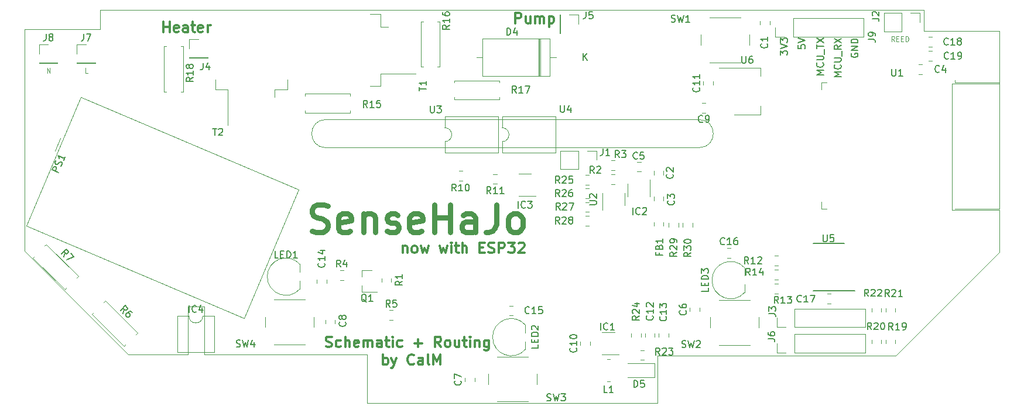
<source format=gbr>
G04 #@! TF.GenerationSoftware,KiCad,Pcbnew,(5.1.5)-3*
G04 #@! TF.CreationDate,2020-02-08T14:47:08+01:00*
G04 #@! TF.ProjectId,SenseEHajo,53656e73-6545-4486-916a-6f2e6b696361,rev?*
G04 #@! TF.SameCoordinates,PX55061d0PY277be90*
G04 #@! TF.FileFunction,Legend,Top*
G04 #@! TF.FilePolarity,Positive*
%FSLAX46Y46*%
G04 Gerber Fmt 4.6, Leading zero omitted, Abs format (unit mm)*
G04 Created by KiCad (PCBNEW (5.1.5)-3) date 2020-02-08 14:47:08*
%MOMM*%
%LPD*%
G04 APERTURE LIST*
%ADD10C,0.050000*%
%ADD11C,0.150000*%
%ADD12C,0.300000*%
%ADD13C,0.750000*%
%ADD14C,0.100000*%
%ADD15C,0.120000*%
G04 APERTURE END LIST*
D10*
X-51054000Y-28829000D02*
X-42392600Y-28829000D01*
X-40081200Y-21894800D02*
X-40081200Y-28829000D01*
X-42392600Y-21894800D02*
X-40081200Y-21894800D01*
X-42392600Y-28829000D02*
X-42392600Y-21894800D01*
D11*
X43267380Y14560705D02*
X43267380Y15179753D01*
X43648333Y14846420D01*
X43648333Y14989277D01*
X43695952Y15084515D01*
X43743571Y15132134D01*
X43838809Y15179753D01*
X44076904Y15179753D01*
X44172142Y15132134D01*
X44219761Y15084515D01*
X44267380Y14989277D01*
X44267380Y14703562D01*
X44219761Y14608324D01*
X44172142Y14560705D01*
X43267380Y15465467D02*
X44267380Y15798800D01*
X43267380Y16132134D01*
X43267380Y16370229D02*
X43267380Y16989277D01*
X43648333Y16655943D01*
X43648333Y16798800D01*
X43695952Y16894039D01*
X43743571Y16941658D01*
X43838809Y16989277D01*
X44076904Y16989277D01*
X44172142Y16941658D01*
X44219761Y16894039D01*
X44267380Y16798800D01*
X44267380Y16513086D01*
X44219761Y16417848D01*
X44172142Y16370229D01*
X45832780Y15989324D02*
X45832780Y15513134D01*
X46308971Y15465515D01*
X46261352Y15513134D01*
X46213733Y15608372D01*
X46213733Y15846467D01*
X46261352Y15941705D01*
X46308971Y15989324D01*
X46404209Y16036943D01*
X46642304Y16036943D01*
X46737542Y15989324D01*
X46785161Y15941705D01*
X46832780Y15846467D01*
X46832780Y15608372D01*
X46785161Y15513134D01*
X46737542Y15465515D01*
X45832780Y16322658D02*
X46832780Y16655991D01*
X45832780Y16989324D01*
X53525800Y14782896D02*
X53478180Y14687658D01*
X53478180Y14544800D01*
X53525800Y14401943D01*
X53621038Y14306705D01*
X53716276Y14259086D01*
X53906752Y14211467D01*
X54049609Y14211467D01*
X54240085Y14259086D01*
X54335323Y14306705D01*
X54430561Y14401943D01*
X54478180Y14544800D01*
X54478180Y14640039D01*
X54430561Y14782896D01*
X54382942Y14830515D01*
X54049609Y14830515D01*
X54049609Y14640039D01*
X54478180Y15259086D02*
X53478180Y15259086D01*
X54478180Y15830515D01*
X53478180Y15830515D01*
X54478180Y16306705D02*
X53478180Y16306705D01*
X53478180Y16544800D01*
X53525800Y16687658D01*
X53621038Y16782896D01*
X53716276Y16830515D01*
X53906752Y16878134D01*
X54049609Y16878134D01*
X54240085Y16830515D01*
X54335323Y16782896D01*
X54430561Y16687658D01*
X54478180Y16544800D01*
X54478180Y16306705D01*
X52039780Y11433515D02*
X51039780Y11433515D01*
X51754066Y11766848D01*
X51039780Y12100181D01*
X52039780Y12100181D01*
X51944542Y13147800D02*
X51992161Y13100181D01*
X52039780Y12957324D01*
X52039780Y12862086D01*
X51992161Y12719229D01*
X51896923Y12623991D01*
X51801685Y12576372D01*
X51611209Y12528753D01*
X51468352Y12528753D01*
X51277876Y12576372D01*
X51182638Y12623991D01*
X51087400Y12719229D01*
X51039780Y12862086D01*
X51039780Y12957324D01*
X51087400Y13100181D01*
X51135019Y13147800D01*
X51039780Y13576372D02*
X51849304Y13576372D01*
X51944542Y13623991D01*
X51992161Y13671610D01*
X52039780Y13766848D01*
X52039780Y13957324D01*
X51992161Y14052562D01*
X51944542Y14100181D01*
X51849304Y14147800D01*
X51039780Y14147800D01*
X52135019Y14385896D02*
X52135019Y15147800D01*
X52039780Y15957324D02*
X51563590Y15623991D01*
X52039780Y15385896D02*
X51039780Y15385896D01*
X51039780Y15766848D01*
X51087400Y15862086D01*
X51135019Y15909705D01*
X51230257Y15957324D01*
X51373114Y15957324D01*
X51468352Y15909705D01*
X51515971Y15862086D01*
X51563590Y15766848D01*
X51563590Y15385896D01*
X51039780Y16290658D02*
X52039780Y16957324D01*
X51039780Y16957324D02*
X52039780Y16290658D01*
X49499780Y11704962D02*
X48499780Y11704962D01*
X49214066Y12038296D01*
X48499780Y12371629D01*
X49499780Y12371629D01*
X49404542Y13419248D02*
X49452161Y13371629D01*
X49499780Y13228772D01*
X49499780Y13133534D01*
X49452161Y12990677D01*
X49356923Y12895439D01*
X49261685Y12847820D01*
X49071209Y12800200D01*
X48928352Y12800200D01*
X48737876Y12847820D01*
X48642638Y12895439D01*
X48547400Y12990677D01*
X48499780Y13133534D01*
X48499780Y13228772D01*
X48547400Y13371629D01*
X48595019Y13419248D01*
X48499780Y13847820D02*
X49309304Y13847820D01*
X49404542Y13895439D01*
X49452161Y13943058D01*
X49499780Y14038296D01*
X49499780Y14228772D01*
X49452161Y14324010D01*
X49404542Y14371629D01*
X49309304Y14419248D01*
X48499780Y14419248D01*
X49595019Y14657343D02*
X49595019Y15419248D01*
X48499780Y15514486D02*
X48499780Y16085915D01*
X49499780Y15800200D02*
X48499780Y15800200D01*
X48499780Y16324010D02*
X49499780Y16990677D01*
X48499780Y16990677D02*
X49499780Y16324010D01*
D12*
X4946200Y19158829D02*
X4946200Y20658829D01*
X5517628Y20658829D01*
X5660485Y20587400D01*
X5731914Y20515972D01*
X5803342Y20373115D01*
X5803342Y20158829D01*
X5731914Y20015972D01*
X5660485Y19944543D01*
X5517628Y19873115D01*
X4946200Y19873115D01*
X7089057Y20158829D02*
X7089057Y19158829D01*
X6446200Y20158829D02*
X6446200Y19373115D01*
X6517628Y19230258D01*
X6660485Y19158829D01*
X6874771Y19158829D01*
X7017628Y19230258D01*
X7089057Y19301686D01*
X7803342Y19158829D02*
X7803342Y20158829D01*
X7803342Y20015972D02*
X7874771Y20087400D01*
X8017628Y20158829D01*
X8231914Y20158829D01*
X8374771Y20087400D01*
X8446200Y19944543D01*
X8446200Y19158829D01*
X8446200Y19944543D02*
X8517628Y20087400D01*
X8660485Y20158829D01*
X8874771Y20158829D01*
X9017628Y20087400D01*
X9089057Y19944543D01*
X9089057Y19158829D01*
X9803342Y20158829D02*
X9803342Y18658829D01*
X9803342Y20087400D02*
X9946200Y20158829D01*
X10231914Y20158829D01*
X10374771Y20087400D01*
X10446200Y20015972D01*
X10517628Y19873115D01*
X10517628Y19444543D01*
X10446200Y19301686D01*
X10374771Y19230258D01*
X10231914Y19158829D01*
X9946200Y19158829D01*
X9803342Y19230258D01*
X-45932315Y17863429D02*
X-45932315Y19363429D01*
X-45932315Y18649143D02*
X-45075172Y18649143D01*
X-45075172Y17863429D02*
X-45075172Y19363429D01*
X-43789458Y17934858D02*
X-43932315Y17863429D01*
X-44218029Y17863429D01*
X-44360886Y17934858D01*
X-44432315Y18077715D01*
X-44432315Y18649143D01*
X-44360886Y18792000D01*
X-44218029Y18863429D01*
X-43932315Y18863429D01*
X-43789458Y18792000D01*
X-43718029Y18649143D01*
X-43718029Y18506286D01*
X-44432315Y18363429D01*
X-42432315Y17863429D02*
X-42432315Y18649143D01*
X-42503743Y18792000D01*
X-42646600Y18863429D01*
X-42932315Y18863429D01*
X-43075172Y18792000D01*
X-42432315Y17934858D02*
X-42575172Y17863429D01*
X-42932315Y17863429D01*
X-43075172Y17934858D01*
X-43146600Y18077715D01*
X-43146600Y18220572D01*
X-43075172Y18363429D01*
X-42932315Y18434858D01*
X-42575172Y18434858D01*
X-42432315Y18506286D01*
X-41932315Y18863429D02*
X-41360886Y18863429D01*
X-41718029Y19363429D02*
X-41718029Y18077715D01*
X-41646600Y17934858D01*
X-41503743Y17863429D01*
X-41360886Y17863429D01*
X-40289458Y17934858D02*
X-40432315Y17863429D01*
X-40718029Y17863429D01*
X-40860886Y17934858D01*
X-40932315Y18077715D01*
X-40932315Y18649143D01*
X-40860886Y18792000D01*
X-40718029Y18863429D01*
X-40432315Y18863429D01*
X-40289458Y18792000D01*
X-40218029Y18649143D01*
X-40218029Y18506286D01*
X-40932315Y18363429D01*
X-39575172Y17863429D02*
X-39575172Y18863429D01*
X-39575172Y18577715D02*
X-39503743Y18720572D01*
X-39432315Y18792000D01*
X-39289458Y18863429D01*
X-39146600Y18863429D01*
D10*
X29514800Y21056600D02*
X29489400Y21082000D01*
X25425400Y21056600D02*
X29514800Y21056600D01*
X23266400Y5207000D02*
X31521400Y5207000D01*
D12*
X-22464029Y-27653142D02*
X-22249743Y-27724571D01*
X-21892600Y-27724571D01*
X-21749743Y-27653142D01*
X-21678315Y-27581714D01*
X-21606886Y-27438857D01*
X-21606886Y-27296000D01*
X-21678315Y-27153142D01*
X-21749743Y-27081714D01*
X-21892600Y-27010285D01*
X-22178315Y-26938857D01*
X-22321172Y-26867428D01*
X-22392600Y-26796000D01*
X-22464029Y-26653142D01*
X-22464029Y-26510285D01*
X-22392600Y-26367428D01*
X-22321172Y-26296000D01*
X-22178315Y-26224571D01*
X-21821172Y-26224571D01*
X-21606886Y-26296000D01*
X-20321172Y-27653142D02*
X-20464029Y-27724571D01*
X-20749743Y-27724571D01*
X-20892600Y-27653142D01*
X-20964029Y-27581714D01*
X-21035458Y-27438857D01*
X-21035458Y-27010285D01*
X-20964029Y-26867428D01*
X-20892600Y-26796000D01*
X-20749743Y-26724571D01*
X-20464029Y-26724571D01*
X-20321172Y-26796000D01*
X-19678315Y-27724571D02*
X-19678315Y-26224571D01*
X-19035458Y-27724571D02*
X-19035458Y-26938857D01*
X-19106886Y-26796000D01*
X-19249743Y-26724571D01*
X-19464029Y-26724571D01*
X-19606886Y-26796000D01*
X-19678315Y-26867428D01*
X-17749743Y-27653142D02*
X-17892600Y-27724571D01*
X-18178315Y-27724571D01*
X-18321172Y-27653142D01*
X-18392600Y-27510285D01*
X-18392600Y-26938857D01*
X-18321172Y-26796000D01*
X-18178315Y-26724571D01*
X-17892600Y-26724571D01*
X-17749743Y-26796000D01*
X-17678315Y-26938857D01*
X-17678315Y-27081714D01*
X-18392600Y-27224571D01*
X-17035458Y-27724571D02*
X-17035458Y-26724571D01*
X-17035458Y-26867428D02*
X-16964029Y-26796000D01*
X-16821172Y-26724571D01*
X-16606886Y-26724571D01*
X-16464029Y-26796000D01*
X-16392600Y-26938857D01*
X-16392600Y-27724571D01*
X-16392600Y-26938857D02*
X-16321172Y-26796000D01*
X-16178315Y-26724571D01*
X-15964029Y-26724571D01*
X-15821172Y-26796000D01*
X-15749743Y-26938857D01*
X-15749743Y-27724571D01*
X-14392600Y-27724571D02*
X-14392600Y-26938857D01*
X-14464029Y-26796000D01*
X-14606886Y-26724571D01*
X-14892600Y-26724571D01*
X-15035458Y-26796000D01*
X-14392600Y-27653142D02*
X-14535458Y-27724571D01*
X-14892600Y-27724571D01*
X-15035458Y-27653142D01*
X-15106886Y-27510285D01*
X-15106886Y-27367428D01*
X-15035458Y-27224571D01*
X-14892600Y-27153142D01*
X-14535458Y-27153142D01*
X-14392600Y-27081714D01*
X-13892600Y-26724571D02*
X-13321172Y-26724571D01*
X-13678315Y-26224571D02*
X-13678315Y-27510285D01*
X-13606886Y-27653142D01*
X-13464029Y-27724571D01*
X-13321172Y-27724571D01*
X-12821172Y-27724571D02*
X-12821172Y-26724571D01*
X-12821172Y-26224571D02*
X-12892600Y-26296000D01*
X-12821172Y-26367428D01*
X-12749743Y-26296000D01*
X-12821172Y-26224571D01*
X-12821172Y-26367428D01*
X-11464029Y-27653142D02*
X-11606886Y-27724571D01*
X-11892600Y-27724571D01*
X-12035458Y-27653142D01*
X-12106886Y-27581714D01*
X-12178315Y-27438857D01*
X-12178315Y-27010285D01*
X-12106886Y-26867428D01*
X-12035458Y-26796000D01*
X-11892600Y-26724571D01*
X-11606886Y-26724571D01*
X-11464029Y-26796000D01*
X-9678315Y-27153142D02*
X-8535458Y-27153142D01*
X-9106886Y-27724571D02*
X-9106886Y-26581714D01*
X-5821172Y-27724571D02*
X-6321172Y-27010285D01*
X-6678315Y-27724571D02*
X-6678315Y-26224571D01*
X-6106886Y-26224571D01*
X-5964029Y-26296000D01*
X-5892600Y-26367428D01*
X-5821172Y-26510285D01*
X-5821172Y-26724571D01*
X-5892600Y-26867428D01*
X-5964029Y-26938857D01*
X-6106886Y-27010285D01*
X-6678315Y-27010285D01*
X-4964029Y-27724571D02*
X-5106886Y-27653142D01*
X-5178315Y-27581714D01*
X-5249743Y-27438857D01*
X-5249743Y-27010285D01*
X-5178315Y-26867428D01*
X-5106886Y-26796000D01*
X-4964029Y-26724571D01*
X-4749743Y-26724571D01*
X-4606886Y-26796000D01*
X-4535458Y-26867428D01*
X-4464029Y-27010285D01*
X-4464029Y-27438857D01*
X-4535458Y-27581714D01*
X-4606886Y-27653142D01*
X-4749743Y-27724571D01*
X-4964029Y-27724571D01*
X-3178315Y-26724571D02*
X-3178315Y-27724571D01*
X-3821172Y-26724571D02*
X-3821172Y-27510285D01*
X-3749743Y-27653142D01*
X-3606886Y-27724571D01*
X-3392600Y-27724571D01*
X-3249743Y-27653142D01*
X-3178315Y-27581714D01*
X-2678315Y-26724571D02*
X-2106886Y-26724571D01*
X-2464029Y-26224571D02*
X-2464029Y-27510285D01*
X-2392600Y-27653142D01*
X-2249743Y-27724571D01*
X-2106886Y-27724571D01*
X-1606886Y-27724571D02*
X-1606886Y-26724571D01*
X-1606886Y-26224571D02*
X-1678315Y-26296000D01*
X-1606886Y-26367428D01*
X-1535458Y-26296000D01*
X-1606886Y-26224571D01*
X-1606886Y-26367428D01*
X-892600Y-26724571D02*
X-892600Y-27724571D01*
X-892600Y-26867428D02*
X-821172Y-26796000D01*
X-678315Y-26724571D01*
X-464029Y-26724571D01*
X-321172Y-26796000D01*
X-249743Y-26938857D01*
X-249743Y-27724571D01*
X1107400Y-26724571D02*
X1107400Y-27938857D01*
X1035971Y-28081714D01*
X964542Y-28153142D01*
X821685Y-28224571D01*
X607400Y-28224571D01*
X464542Y-28153142D01*
X1107400Y-27653142D02*
X964542Y-27724571D01*
X678828Y-27724571D01*
X535971Y-27653142D01*
X464542Y-27581714D01*
X393114Y-27438857D01*
X393114Y-27010285D01*
X464542Y-26867428D01*
X535971Y-26796000D01*
X678828Y-26724571D01*
X964542Y-26724571D01*
X1107400Y-26796000D01*
X-14214029Y-30274571D02*
X-14214029Y-28774571D01*
X-14214029Y-29346000D02*
X-14071172Y-29274571D01*
X-13785458Y-29274571D01*
X-13642600Y-29346000D01*
X-13571172Y-29417428D01*
X-13499743Y-29560285D01*
X-13499743Y-29988857D01*
X-13571172Y-30131714D01*
X-13642600Y-30203142D01*
X-13785458Y-30274571D01*
X-14071172Y-30274571D01*
X-14214029Y-30203142D01*
X-12999743Y-29274571D02*
X-12642600Y-30274571D01*
X-12285458Y-29274571D02*
X-12642600Y-30274571D01*
X-12785458Y-30631714D01*
X-12856886Y-30703142D01*
X-12999743Y-30774571D01*
X-9714029Y-30131714D02*
X-9785458Y-30203142D01*
X-9999743Y-30274571D01*
X-10142600Y-30274571D01*
X-10356886Y-30203142D01*
X-10499743Y-30060285D01*
X-10571172Y-29917428D01*
X-10642600Y-29631714D01*
X-10642600Y-29417428D01*
X-10571172Y-29131714D01*
X-10499743Y-28988857D01*
X-10356886Y-28846000D01*
X-10142600Y-28774571D01*
X-9999743Y-28774571D01*
X-9785458Y-28846000D01*
X-9714029Y-28917428D01*
X-8428315Y-30274571D02*
X-8428315Y-29488857D01*
X-8499743Y-29346000D01*
X-8642600Y-29274571D01*
X-8928315Y-29274571D01*
X-9071172Y-29346000D01*
X-8428315Y-30203142D02*
X-8571172Y-30274571D01*
X-8928315Y-30274571D01*
X-9071172Y-30203142D01*
X-9142600Y-30060285D01*
X-9142600Y-29917428D01*
X-9071172Y-29774571D01*
X-8928315Y-29703142D01*
X-8571172Y-29703142D01*
X-8428315Y-29631714D01*
X-7499743Y-30274571D02*
X-7642600Y-30203142D01*
X-7714029Y-30060285D01*
X-7714029Y-28774571D01*
X-6928315Y-30274571D02*
X-6928315Y-28774571D01*
X-6428315Y-29846000D01*
X-5928315Y-28774571D01*
X-5928315Y-30274571D01*
X-11315400Y-13089771D02*
X-11315400Y-14089771D01*
X-11315400Y-13232628D02*
X-11243972Y-13161200D01*
X-11101115Y-13089771D01*
X-10886829Y-13089771D01*
X-10743972Y-13161200D01*
X-10672543Y-13304057D01*
X-10672543Y-14089771D01*
X-9743972Y-14089771D02*
X-9886829Y-14018342D01*
X-9958258Y-13946914D01*
X-10029686Y-13804057D01*
X-10029686Y-13375485D01*
X-9958258Y-13232628D01*
X-9886829Y-13161200D01*
X-9743972Y-13089771D01*
X-9529686Y-13089771D01*
X-9386829Y-13161200D01*
X-9315400Y-13232628D01*
X-9243972Y-13375485D01*
X-9243972Y-13804057D01*
X-9315400Y-13946914D01*
X-9386829Y-14018342D01*
X-9529686Y-14089771D01*
X-9743972Y-14089771D01*
X-8743972Y-13089771D02*
X-8458258Y-14089771D01*
X-8172543Y-13375485D01*
X-7886829Y-14089771D01*
X-7601115Y-13089771D01*
X-6029686Y-13089771D02*
X-5743972Y-14089771D01*
X-5458258Y-13375485D01*
X-5172543Y-14089771D01*
X-4886829Y-13089771D01*
X-4315400Y-14089771D02*
X-4315400Y-13089771D01*
X-4315400Y-12589771D02*
X-4386829Y-12661200D01*
X-4315400Y-12732628D01*
X-4243972Y-12661200D01*
X-4315400Y-12589771D01*
X-4315400Y-12732628D01*
X-3815400Y-13089771D02*
X-3243972Y-13089771D01*
X-3601115Y-12589771D02*
X-3601115Y-13875485D01*
X-3529686Y-14018342D01*
X-3386829Y-14089771D01*
X-3243972Y-14089771D01*
X-2743972Y-14089771D02*
X-2743972Y-12589771D01*
X-2101115Y-14089771D02*
X-2101115Y-13304057D01*
X-2172543Y-13161200D01*
X-2315400Y-13089771D01*
X-2529686Y-13089771D01*
X-2672543Y-13161200D01*
X-2743972Y-13232628D01*
X-243972Y-13304057D02*
X256028Y-13304057D01*
X470314Y-14089771D02*
X-243972Y-14089771D01*
X-243972Y-12589771D01*
X470314Y-12589771D01*
X1041742Y-14018342D02*
X1256028Y-14089771D01*
X1613171Y-14089771D01*
X1756028Y-14018342D01*
X1827457Y-13946914D01*
X1898885Y-13804057D01*
X1898885Y-13661200D01*
X1827457Y-13518342D01*
X1756028Y-13446914D01*
X1613171Y-13375485D01*
X1327457Y-13304057D01*
X1184600Y-13232628D01*
X1113171Y-13161200D01*
X1041742Y-13018342D01*
X1041742Y-12875485D01*
X1113171Y-12732628D01*
X1184600Y-12661200D01*
X1327457Y-12589771D01*
X1684600Y-12589771D01*
X1898885Y-12661200D01*
X2541742Y-14089771D02*
X2541742Y-12589771D01*
X3113171Y-12589771D01*
X3256028Y-12661200D01*
X3327457Y-12732628D01*
X3398885Y-12875485D01*
X3398885Y-13089771D01*
X3327457Y-13232628D01*
X3256028Y-13304057D01*
X3113171Y-13375485D01*
X2541742Y-13375485D01*
X3898885Y-12589771D02*
X4827457Y-12589771D01*
X4327457Y-13161200D01*
X4541742Y-13161200D01*
X4684600Y-13232628D01*
X4756028Y-13304057D01*
X4827457Y-13446914D01*
X4827457Y-13804057D01*
X4756028Y-13946914D01*
X4684600Y-14018342D01*
X4541742Y-14089771D01*
X4113171Y-14089771D01*
X3970314Y-14018342D01*
X3898885Y-13946914D01*
X5398885Y-12732628D02*
X5470314Y-12661200D01*
X5613171Y-12589771D01*
X5970314Y-12589771D01*
X6113171Y-12661200D01*
X6184600Y-12732628D01*
X6256028Y-12875485D01*
X6256028Y-13018342D01*
X6184600Y-13232628D01*
X5327457Y-14089771D01*
X6256028Y-14089771D01*
D13*
X-24483696Y-10896647D02*
X-23912267Y-11087123D01*
X-22959886Y-11087123D01*
X-22578934Y-10896647D01*
X-22388458Y-10706171D01*
X-22197981Y-10325219D01*
X-22197981Y-9944266D01*
X-22388458Y-9563314D01*
X-22578934Y-9372838D01*
X-22959886Y-9182361D01*
X-23721791Y-8991885D01*
X-24102743Y-8801409D01*
X-24293220Y-8610933D01*
X-24483696Y-8229980D01*
X-24483696Y-7849028D01*
X-24293220Y-7468076D01*
X-24102743Y-7277600D01*
X-23721791Y-7087123D01*
X-22769410Y-7087123D01*
X-22197981Y-7277600D01*
X-18959886Y-10896647D02*
X-19340839Y-11087123D01*
X-20102743Y-11087123D01*
X-20483696Y-10896647D01*
X-20674172Y-10515695D01*
X-20674172Y-8991885D01*
X-20483696Y-8610933D01*
X-20102743Y-8420457D01*
X-19340839Y-8420457D01*
X-18959886Y-8610933D01*
X-18769410Y-8991885D01*
X-18769410Y-9372838D01*
X-20674172Y-9753790D01*
X-17055124Y-8420457D02*
X-17055124Y-11087123D01*
X-17055124Y-8801409D02*
X-16864648Y-8610933D01*
X-16483696Y-8420457D01*
X-15912267Y-8420457D01*
X-15531315Y-8610933D01*
X-15340839Y-8991885D01*
X-15340839Y-11087123D01*
X-13626553Y-10896647D02*
X-13245600Y-11087123D01*
X-12483696Y-11087123D01*
X-12102743Y-10896647D01*
X-11912267Y-10515695D01*
X-11912267Y-10325219D01*
X-12102743Y-9944266D01*
X-12483696Y-9753790D01*
X-13055124Y-9753790D01*
X-13436077Y-9563314D01*
X-13626553Y-9182361D01*
X-13626553Y-8991885D01*
X-13436077Y-8610933D01*
X-13055124Y-8420457D01*
X-12483696Y-8420457D01*
X-12102743Y-8610933D01*
X-8674172Y-10896647D02*
X-9055124Y-11087123D01*
X-9817029Y-11087123D01*
X-10197981Y-10896647D01*
X-10388458Y-10515695D01*
X-10388458Y-8991885D01*
X-10197981Y-8610933D01*
X-9817029Y-8420457D01*
X-9055124Y-8420457D01*
X-8674172Y-8610933D01*
X-8483696Y-8991885D01*
X-8483696Y-9372838D01*
X-10388458Y-9753790D01*
X-6769410Y-11087123D02*
X-6769410Y-7087123D01*
X-6769410Y-8991885D02*
X-4483696Y-8991885D01*
X-4483696Y-11087123D02*
X-4483696Y-7087123D01*
X-864648Y-11087123D02*
X-864648Y-8991885D01*
X-1055124Y-8610933D01*
X-1436077Y-8420457D01*
X-2197981Y-8420457D01*
X-2578934Y-8610933D01*
X-864648Y-10896647D02*
X-1245600Y-11087123D01*
X-2197981Y-11087123D01*
X-2578934Y-10896647D01*
X-2769410Y-10515695D01*
X-2769410Y-10134742D01*
X-2578934Y-9753790D01*
X-2197981Y-9563314D01*
X-1245600Y-9563314D01*
X-864648Y-9372838D01*
X2182971Y-7087123D02*
X2182971Y-9944266D01*
X1992495Y-10515695D01*
X1611542Y-10896647D01*
X1040114Y-11087123D01*
X659161Y-11087123D01*
X4659161Y-11087123D02*
X4278209Y-10896647D01*
X4087733Y-10706171D01*
X3897257Y-10325219D01*
X3897257Y-9182361D01*
X4087733Y-8801409D01*
X4278209Y-8610933D01*
X4659161Y-8420457D01*
X5230590Y-8420457D01*
X5611542Y-8610933D01*
X5802019Y-8801409D01*
X5992495Y-9182361D01*
X5992495Y-10325219D01*
X5802019Y-10706171D01*
X5611542Y-10896647D01*
X5230590Y-11087123D01*
X4659161Y-11087123D01*
D10*
X29489400Y21082000D02*
X64008000Y21082000D01*
X-12446000Y1143000D02*
X31521400Y1143000D01*
X23266400Y5207000D02*
X-12446000Y5207000D01*
X74930000Y-13970000D02*
X59944000Y-28956000D01*
X-16510000Y-35814000D02*
X-16510000Y-28829000D01*
X64008000Y21082000D02*
X64008000Y18034000D01*
X64008000Y18034000D02*
X74930000Y18034000D01*
X25527000Y-35814000D02*
X-16510000Y-35814000D01*
X-66040000Y-13843000D02*
X-66040000Y18288000D01*
X74930000Y10414000D02*
X68072000Y10414000D01*
X74930000Y-7874000D02*
X74930000Y-13970000D01*
X68072000Y-7874000D02*
X74930000Y-7874000D01*
X68072000Y10414000D02*
X68072000Y-7874000D01*
X74930000Y18034000D02*
X74930000Y10414000D01*
X31521400Y5207000D02*
G75*
G02X31521400Y1143000I0J-2032000D01*
G01*
X-12446000Y1143000D02*
X-22479000Y1143000D01*
X-22479000Y5207000D02*
X-12446000Y5207000D01*
X-22479000Y1143000D02*
G75*
G02X-22479000Y5207000I0J2032000D01*
G01*
X-51054000Y-28829000D02*
X-66040000Y-13843000D01*
X-16510000Y-28829000D02*
X-40081200Y-28829000D01*
X25527000Y-28956000D02*
X25527000Y-35814000D01*
D14*
X59753657Y16471896D02*
X59513657Y16852848D01*
X59342228Y16471896D02*
X59342228Y17271896D01*
X59616514Y17271896D01*
X59685085Y17233800D01*
X59719371Y17195705D01*
X59753657Y17119515D01*
X59753657Y17005229D01*
X59719371Y16929039D01*
X59685085Y16890943D01*
X59616514Y16852848D01*
X59342228Y16852848D01*
X60062228Y16890943D02*
X60302228Y16890943D01*
X60405085Y16471896D02*
X60062228Y16471896D01*
X60062228Y17271896D01*
X60405085Y17271896D01*
X60713657Y16890943D02*
X60953657Y16890943D01*
X61056514Y16471896D02*
X60713657Y16471896D01*
X60713657Y17271896D01*
X61056514Y17271896D01*
X61365085Y16471896D02*
X61365085Y17271896D01*
X61536514Y17271896D01*
X61639371Y17233800D01*
X61707942Y17157610D01*
X61742228Y17081420D01*
X61776514Y16929039D01*
X61776514Y16814753D01*
X61742228Y16662372D01*
X61707942Y16586181D01*
X61639371Y16509991D01*
X61536514Y16471896D01*
X61365085Y16471896D01*
X-56924715Y11920096D02*
X-57267572Y11920096D01*
X-57267572Y12720096D01*
X-62767572Y11920096D02*
X-62767572Y12720096D01*
X-62356143Y11920096D01*
X-62356143Y12720096D01*
D10*
X-55118000Y18288000D02*
X-55118000Y21082000D01*
X-66040000Y18288000D02*
X-55118000Y18288000D01*
X25425400Y21056600D02*
X-55118000Y21082000D01*
X59944000Y-28956000D02*
X25527000Y-28956000D01*
D15*
X-13275052Y-23824000D02*
X-12752548Y-23824000D01*
X-13275052Y-22404000D02*
X-12752548Y-22404000D01*
X-60224420Y-19411652D02*
X-59991075Y-19178307D01*
X-64848899Y-14787174D02*
X-60224420Y-19411652D01*
X-64615553Y-14553829D02*
X-64848899Y-14787174D01*
X-58286948Y-17474180D02*
X-58520293Y-17707525D01*
X-62911426Y-12849701D02*
X-58286948Y-17474180D01*
X-63144771Y-13083047D02*
X-62911426Y-12849701D01*
X-51664620Y-27590452D02*
X-51431275Y-27357107D01*
X-56289099Y-22965974D02*
X-51664620Y-27590452D01*
X-56055753Y-22732629D02*
X-56289099Y-22965974D01*
X-49727148Y-25652980D02*
X-49960493Y-25886325D01*
X-54351626Y-21028501D02*
X-49727148Y-25652980D01*
X-54584971Y-21261847D02*
X-54351626Y-21028501D01*
X-38625000Y-23231800D02*
X-40275000Y-23231800D01*
X-38625000Y-28431800D02*
X-38625000Y-23231800D01*
X-43925000Y-28431800D02*
X-38625000Y-28431800D01*
X-43925000Y-23231800D02*
X-43925000Y-28431800D01*
X-42275000Y-23231800D02*
X-43925000Y-23231800D01*
X-40275000Y-23231800D02*
G75*
G02X-42275000Y-23231800I-1000000J0D01*
G01*
X64670148Y13742600D02*
X65192652Y13742600D01*
X64670148Y15162600D02*
X65192652Y15162600D01*
X64661148Y15723800D02*
X65183652Y15723800D01*
X64661148Y17143800D02*
X65183652Y17143800D01*
X50562252Y-19991000D02*
X50039748Y-19991000D01*
X50562252Y-21411000D02*
X50039748Y-21411000D01*
X17485800Y-28838800D02*
X19935800Y-28838800D01*
X19285800Y-25618800D02*
X17485800Y-25618800D01*
X25058200Y-32089600D02*
X21158200Y-32089600D01*
X25058200Y-30089600D02*
X21158200Y-30089600D01*
X25058200Y-32089600D02*
X25058200Y-30089600D01*
X18198200Y-32715000D02*
X18598200Y-32715000D01*
X18198200Y-29515000D02*
X18598200Y-29515000D01*
X34355600Y12731800D02*
X40365600Y12731800D01*
X36605600Y5911800D02*
X40365600Y5911800D01*
X40365600Y12731800D02*
X40365600Y11471800D01*
X40365600Y5911800D02*
X40365600Y7171800D01*
X-45845400Y9252200D02*
X-45515400Y9252200D01*
X-45845400Y15792200D02*
X-45845400Y9252200D01*
X-45515400Y15792200D02*
X-45845400Y15792200D01*
X-43105400Y9252200D02*
X-43435400Y9252200D01*
X-43105400Y15792200D02*
X-43105400Y9252200D01*
X-43435400Y15792200D02*
X-43105400Y15792200D01*
X-3905000Y10869600D02*
X-3905000Y10539600D01*
X2635000Y10869600D02*
X-3905000Y10869600D01*
X2635000Y10539600D02*
X2635000Y10869600D01*
X-3905000Y8129600D02*
X-3905000Y8459600D01*
X2635000Y8129600D02*
X-3905000Y8129600D01*
X2635000Y8459600D02*
X2635000Y8129600D01*
X-8736000Y12833600D02*
X-8406000Y12833600D01*
X-8736000Y19373600D02*
X-8736000Y12833600D01*
X-8406000Y19373600D02*
X-8736000Y19373600D01*
X-5996000Y12833600D02*
X-6326000Y12833600D01*
X-5996000Y19373600D02*
X-5996000Y12833600D01*
X-6326000Y19373600D02*
X-5996000Y19373600D01*
X-25469600Y8939200D02*
X-25469600Y8609200D01*
X-18929600Y8939200D02*
X-25469600Y8939200D01*
X-18929600Y8609200D02*
X-18929600Y8939200D01*
X-25469600Y6199200D02*
X-25469600Y6529200D01*
X-18929600Y6199200D02*
X-25469600Y6199200D01*
X-18929600Y6529200D02*
X-18929600Y6199200D01*
X3013400Y5672600D02*
X3013400Y4022600D01*
X10753400Y5672600D02*
X3013400Y5672600D01*
X10753400Y372600D02*
X10753400Y5672600D01*
X3013400Y372600D02*
X10753400Y372600D01*
X3013400Y2022600D02*
X3013400Y372600D01*
X3013400Y4022600D02*
G75*
G02X3013400Y2022600I0J-1000000D01*
G01*
X-5267000Y5672600D02*
X-5267000Y4022600D01*
X2473000Y5672600D02*
X-5267000Y5672600D01*
X2473000Y372600D02*
X2473000Y5672600D01*
X-5267000Y372600D02*
X2473000Y372600D01*
X-5267000Y2022600D02*
X-5267000Y372600D01*
X-5267000Y4022600D02*
G75*
G02X-5267000Y2022600I0J-1000000D01*
G01*
X-20437852Y-18032800D02*
X-19915348Y-18032800D01*
X-20437852Y-16612800D02*
X-19915348Y-16612800D01*
X-42224000Y16824000D02*
X-40894000Y16824000D01*
X-42224000Y15494000D02*
X-42224000Y16824000D01*
X-42224000Y14224000D02*
X-39564000Y14224000D01*
X-39564000Y14224000D02*
X-39564000Y14164000D01*
X-42224000Y14224000D02*
X-42224000Y14164000D01*
X-42224000Y14164000D02*
X-39564000Y14164000D01*
X11370000Y20380000D02*
X11370000Y17720000D01*
X11430000Y20380000D02*
X11370000Y20380000D01*
X11430000Y17720000D02*
X11370000Y17720000D01*
X11430000Y20380000D02*
X11430000Y17720000D01*
X12700000Y20380000D02*
X14030000Y20380000D01*
X14030000Y20380000D02*
X14030000Y19050000D01*
X-57913655Y8441592D02*
X-65806424Y-10152606D01*
X-65806424Y-10152606D02*
X-34325158Y-23515611D01*
X-34325158Y-23515611D02*
X-26432389Y-4921413D01*
X-26432389Y-4921413D02*
X-57913655Y8441592D01*
X-60851477Y2518645D02*
X-61636847Y668430D01*
D11*
X52469800Y-12699200D02*
X48019800Y-12699200D01*
X53994800Y-19599200D02*
X48019800Y-19599200D01*
D15*
X49962000Y10533000D02*
X49182000Y10533000D01*
X49182000Y10533000D02*
X49182000Y9533000D01*
X49962000Y-7707000D02*
X49182000Y-7707000D01*
X49182000Y-7707000D02*
X49182000Y-6707000D01*
X74927000Y10533000D02*
X74927000Y-7707000D01*
X74927000Y-7707000D02*
X68507000Y-7707000D01*
X74927000Y10533000D02*
X68507000Y10533000D01*
X68507000Y10533000D02*
X68507000Y10913000D01*
X11471600Y695000D02*
X11471600Y-1965000D01*
X14071600Y695000D02*
X11471600Y695000D01*
X14071600Y-1965000D02*
X11471600Y-1965000D01*
X14071600Y695000D02*
X14071600Y-1965000D01*
X15341600Y695000D02*
X16671600Y695000D01*
X16671600Y695000D02*
X16671600Y-635000D01*
X63433000Y20634000D02*
X63433000Y19304000D01*
X62103000Y20634000D02*
X63433000Y20634000D01*
X60833000Y20634000D02*
X60833000Y17974000D01*
X60833000Y17974000D02*
X58233000Y17974000D01*
X60833000Y20634000D02*
X58233000Y20634000D01*
X58233000Y20634000D02*
X58233000Y17974000D01*
X42739000Y-24825000D02*
X42739000Y-23495000D01*
X44069000Y-24825000D02*
X42739000Y-24825000D01*
X45339000Y-24825000D02*
X45339000Y-22165000D01*
X45339000Y-22165000D02*
X55559000Y-22165000D01*
X45339000Y-24825000D02*
X55559000Y-24825000D01*
X55559000Y-24825000D02*
X55559000Y-22165000D01*
X55559000Y-28508000D02*
X55559000Y-25848000D01*
X45339000Y-28508000D02*
X55559000Y-28508000D01*
X45339000Y-25848000D02*
X55559000Y-25848000D01*
X45339000Y-28508000D02*
X45339000Y-25848000D01*
X44069000Y-28508000D02*
X42739000Y-28508000D01*
X42739000Y-28508000D02*
X42739000Y-27178000D01*
X-58480000Y13402000D02*
X-55820000Y13402000D01*
X-58480000Y13462000D02*
X-58480000Y13402000D01*
X-55820000Y13462000D02*
X-55820000Y13402000D01*
X-58480000Y13462000D02*
X-55820000Y13462000D01*
X-58480000Y14732000D02*
X-58480000Y16062000D01*
X-58480000Y16062000D02*
X-57150000Y16062000D01*
X-63941000Y16062000D02*
X-62611000Y16062000D01*
X-63941000Y14732000D02*
X-63941000Y16062000D01*
X-63941000Y13462000D02*
X-61281000Y13462000D01*
X-61281000Y13462000D02*
X-61281000Y13402000D01*
X-63941000Y13462000D02*
X-63941000Y13402000D01*
X-63941000Y13402000D02*
X-61281000Y13402000D01*
X33004000Y13478000D02*
X37504000Y13478000D01*
X31754000Y17478000D02*
X31754000Y15978000D01*
X37504000Y19978000D02*
X33004000Y19978000D01*
X38754000Y15978000D02*
X38754000Y17478000D01*
X40151000Y-24916000D02*
X40151000Y-23416000D01*
X38901000Y-20916000D02*
X34401000Y-20916000D01*
X33151000Y-23416000D02*
X33151000Y-24916000D01*
X34401000Y-27416000D02*
X38901000Y-27416000D01*
X8020000Y-33099000D02*
X8020000Y-31599000D01*
X6770000Y-29099000D02*
X2270000Y-29099000D01*
X1020000Y-31599000D02*
X1020000Y-33099000D01*
X2270000Y-35599000D02*
X6770000Y-35599000D01*
X-29988000Y-27344000D02*
X-25488000Y-27344000D01*
X-31238000Y-23344000D02*
X-31238000Y-24844000D01*
X-25488000Y-20844000D02*
X-29988000Y-20844000D01*
X-24238000Y-24844000D02*
X-24238000Y-23344000D01*
X41731000Y19438252D02*
X41731000Y18915748D01*
X40311000Y19438252D02*
X40311000Y18915748D01*
X24944000Y-2253348D02*
X24944000Y-2775852D01*
X26364000Y-2253348D02*
X26364000Y-2775852D01*
X24944000Y-6493252D02*
X24944000Y-5970748D01*
X26364000Y-6493252D02*
X26364000Y-5970748D01*
X63795652Y11761400D02*
X63273148Y11761400D01*
X63795652Y13181400D02*
X63273148Y13181400D01*
X23079452Y-915600D02*
X22556948Y-915600D01*
X23079452Y-2335600D02*
X22556948Y-2335600D01*
X30151000Y-22528052D02*
X30151000Y-22005548D01*
X31571000Y-22528052D02*
X31571000Y-22005548D01*
X-966400Y-32706052D02*
X-966400Y-32183548D01*
X-2386400Y-32706052D02*
X-2386400Y-32183548D01*
X-22554000Y-24289652D02*
X-22554000Y-23767148D01*
X-21134000Y-24289652D02*
X-21134000Y-23767148D01*
X32443052Y7618800D02*
X31920548Y7618800D01*
X32443052Y6198800D02*
X31920548Y6198800D01*
X15721400Y-27455652D02*
X15721400Y-26933148D01*
X14301400Y-27455652D02*
X14301400Y-26933148D01*
X32081400Y10219948D02*
X32081400Y10742452D01*
X33501400Y10219948D02*
X33501400Y10742452D01*
X25094000Y-26279852D02*
X25094000Y-25757348D01*
X23674000Y-26279852D02*
X23674000Y-25757348D01*
X25655200Y-26279852D02*
X25655200Y-25757348D01*
X27075200Y-26279852D02*
X27075200Y-25757348D01*
X-23773200Y-17959548D02*
X-23773200Y-18482052D01*
X-22353200Y-17959548D02*
X-22353200Y-18482052D01*
X4562852Y-23163600D02*
X4040348Y-23163600D01*
X4562852Y-21743600D02*
X4040348Y-21743600D01*
X36066252Y-13387000D02*
X35543748Y-13387000D01*
X36066252Y-14807000D02*
X35543748Y-14807000D01*
X9950000Y11504000D02*
X9950000Y16944000D01*
X9950000Y16944000D02*
X210000Y16944000D01*
X210000Y16944000D02*
X210000Y11504000D01*
X210000Y11504000D02*
X9950000Y11504000D01*
X10860000Y14224000D02*
X9950000Y14224000D01*
X-700000Y14224000D02*
X210000Y14224000D01*
X8405000Y11504000D02*
X8405000Y16944000D01*
X8285000Y11504000D02*
X8285000Y16944000D01*
X8525000Y11504000D02*
X8525000Y16944000D01*
X24944000Y-10201652D02*
X24944000Y-9679148D01*
X26364000Y-10201652D02*
X26364000Y-9679148D01*
X24393800Y-5903800D02*
X24393800Y-3453800D01*
X21173800Y-4103800D02*
X21173800Y-5903800D01*
X7220800Y-2631800D02*
X5420800Y-2631800D01*
X5420800Y-5851800D02*
X7870800Y-5851800D01*
X55330400Y17212000D02*
X55330400Y19872000D01*
X45110400Y17212000D02*
X55330400Y17212000D01*
X45110400Y19872000D02*
X55330400Y19872000D01*
X45110400Y17212000D02*
X45110400Y19872000D01*
X43840400Y17212000D02*
X42510400Y17212000D01*
X42510400Y17212000D02*
X42510400Y18542000D01*
X-26212801Y-19303999D02*
G75*
G02X-26212801Y-15748001I-2031999J1777999D01*
G01*
X-26212801Y-19303999D02*
X-26212800Y-18161000D01*
X-26212801Y-15748001D02*
X-26212800Y-16891000D01*
X6375399Y-24511001D02*
X6375400Y-25654000D01*
X6375399Y-28066999D02*
X6375400Y-26924000D01*
X6375399Y-28066999D02*
G75*
G02X6375399Y-24511001I-2031999J1777999D01*
G01*
X38099999Y-19811999D02*
G75*
G02X38099999Y-16256001I-2031999J1777999D01*
G01*
X38099999Y-19811999D02*
X38100000Y-18669000D01*
X38099999Y-16256001D02*
X38100000Y-17399000D01*
X-17254000Y-16570800D02*
X-17254000Y-17500800D01*
X-17254000Y-19730800D02*
X-17254000Y-18800800D01*
X-17254000Y-19730800D02*
X-15094000Y-19730800D01*
X-17254000Y-16570800D02*
X-15794000Y-16570800D01*
X-13006000Y-18329652D02*
X-13006000Y-17807148D01*
X-14426000Y-18329652D02*
X-14426000Y-17807148D01*
X18814148Y-2744400D02*
X19336652Y-2744400D01*
X18814148Y-4164400D02*
X19336652Y-4164400D01*
X18823148Y-687000D02*
X19345652Y-687000D01*
X18823148Y-2107000D02*
X19345652Y-2107000D01*
X-3242052Y-3631000D02*
X-2719548Y-3631000D01*
X-3242052Y-2211000D02*
X-2719548Y-2211000D01*
X1736348Y-2693600D02*
X2258852Y-2693600D01*
X1736348Y-4113600D02*
X2258852Y-4113600D01*
X42401748Y-14530000D02*
X42924252Y-14530000D01*
X42401748Y-15950000D02*
X42924252Y-15950000D01*
X42401748Y-20014000D02*
X42924252Y-20014000D01*
X42401748Y-18594000D02*
X42924252Y-18594000D01*
X42401748Y-17982000D02*
X42924252Y-17982000D01*
X42401748Y-16562000D02*
X42924252Y-16562000D01*
X59892000Y-27176252D02*
X59892000Y-26653748D01*
X58472000Y-27176252D02*
X58472000Y-26653748D01*
X56440000Y-27194252D02*
X56440000Y-26671748D01*
X57860000Y-27194252D02*
X57860000Y-26671748D01*
X59892000Y-22622252D02*
X59892000Y-22099748D01*
X58472000Y-22622252D02*
X58472000Y-22099748D01*
X56440000Y-22622252D02*
X56440000Y-22099748D01*
X57860000Y-22622252D02*
X57860000Y-22099748D01*
X23039548Y-29589800D02*
X23562052Y-29589800D01*
X23039548Y-28169800D02*
X23562052Y-28169800D01*
X23112800Y-25748348D02*
X23112800Y-26270852D01*
X21692800Y-25748348D02*
X21692800Y-26270852D01*
X15593852Y-2820600D02*
X15071348Y-2820600D01*
X15593852Y-4240600D02*
X15071348Y-4240600D01*
X15071348Y-4776400D02*
X15593852Y-4776400D01*
X15071348Y-6196400D02*
X15593852Y-6196400D01*
X15071348Y-8177600D02*
X15593852Y-8177600D01*
X15071348Y-6757600D02*
X15593852Y-6757600D01*
X15089348Y-8713400D02*
X15611852Y-8713400D01*
X15089348Y-10133400D02*
X15611852Y-10133400D01*
X28523000Y-10303252D02*
X28523000Y-9780748D01*
X27103000Y-10303252D02*
X27103000Y-9780748D01*
X29135000Y-10303252D02*
X29135000Y-9780748D01*
X30555000Y-10303252D02*
X30555000Y-9780748D01*
X-16076000Y10040000D02*
X-14576000Y10040000D01*
X-14576000Y10040000D02*
X-14576000Y11850000D01*
X-14576000Y11850000D02*
X-9451000Y11850000D01*
X-16076000Y20440000D02*
X-14576000Y20440000D01*
X-14576000Y20440000D02*
X-14576000Y18630000D01*
X-14576000Y18630000D02*
X-13476000Y18630000D01*
X-29865000Y9538000D02*
X-29865000Y8438000D01*
X-28055000Y9538000D02*
X-29865000Y9538000D01*
X-28055000Y11038000D02*
X-28055000Y9538000D01*
X-36645000Y9538000D02*
X-36645000Y4413000D01*
X-38455000Y9538000D02*
X-36645000Y9538000D01*
X-38455000Y11038000D02*
X-38455000Y9538000D01*
X17490800Y-5442200D02*
X17490800Y-7892200D01*
X20710800Y-7242200D02*
X20710800Y-5442200D01*
D11*
X-13180467Y-21916380D02*
X-13513800Y-21440190D01*
X-13751896Y-21916380D02*
X-13751896Y-20916380D01*
X-13370943Y-20916380D01*
X-13275705Y-20964000D01*
X-13228086Y-21011619D01*
X-13180467Y-21106857D01*
X-13180467Y-21249714D01*
X-13228086Y-21344952D01*
X-13275705Y-21392571D01*
X-13370943Y-21440190D01*
X-13751896Y-21440190D01*
X-12275705Y-20916380D02*
X-12751896Y-20916380D01*
X-12799515Y-21392571D01*
X-12751896Y-21344952D01*
X-12656658Y-21297333D01*
X-12418562Y-21297333D01*
X-12323324Y-21344952D01*
X-12275705Y-21392571D01*
X-12228086Y-21487809D01*
X-12228086Y-21725904D01*
X-12275705Y-21821142D01*
X-12323324Y-21868761D01*
X-12418562Y-21916380D01*
X-12656658Y-21916380D01*
X-12751896Y-21868761D01*
X-12799515Y-21821142D01*
X-60329813Y-14656864D02*
X-60228798Y-14084444D01*
X-60733874Y-14252803D02*
X-60026768Y-13545696D01*
X-59757393Y-13815070D01*
X-59723722Y-13916085D01*
X-59723722Y-13983429D01*
X-59757393Y-14084444D01*
X-59858409Y-14185459D01*
X-59959424Y-14219131D01*
X-60026768Y-14219131D01*
X-60127783Y-14185459D01*
X-60397157Y-13916085D01*
X-59387004Y-14185459D02*
X-58915600Y-14656864D01*
X-59925752Y-15060925D01*
X-51770013Y-22835664D02*
X-51668998Y-22263244D01*
X-52174074Y-22431603D02*
X-51466968Y-21724496D01*
X-51197593Y-21993870D01*
X-51163922Y-22094885D01*
X-51163922Y-22162229D01*
X-51197593Y-22263244D01*
X-51298609Y-22364259D01*
X-51399624Y-22397931D01*
X-51466968Y-22397931D01*
X-51567983Y-22364259D01*
X-51837357Y-22094885D01*
X-50456815Y-22734649D02*
X-50591502Y-22599962D01*
X-50692517Y-22566290D01*
X-50759861Y-22566290D01*
X-50928219Y-22599962D01*
X-51096578Y-22700977D01*
X-51365952Y-22970351D01*
X-51399624Y-23071366D01*
X-51399624Y-23138710D01*
X-51365952Y-23239725D01*
X-51231265Y-23374412D01*
X-51130250Y-23408084D01*
X-51062906Y-23408084D01*
X-50961891Y-23374412D01*
X-50793532Y-23206053D01*
X-50759861Y-23105038D01*
X-50759861Y-23037695D01*
X-50793532Y-22936679D01*
X-50928219Y-22801992D01*
X-51029235Y-22768321D01*
X-51096578Y-22768321D01*
X-51197593Y-22801992D01*
X-42251191Y-22684180D02*
X-42251191Y-21684180D01*
X-41203572Y-22588942D02*
X-41251191Y-22636561D01*
X-41394048Y-22684180D01*
X-41489286Y-22684180D01*
X-41632143Y-22636561D01*
X-41727381Y-22541323D01*
X-41775000Y-22446085D01*
X-41822620Y-22255609D01*
X-41822620Y-22112752D01*
X-41775000Y-21922276D01*
X-41727381Y-21827038D01*
X-41632143Y-21731800D01*
X-41489286Y-21684180D01*
X-41394048Y-21684180D01*
X-41251191Y-21731800D01*
X-41203572Y-21779419D01*
X-40346429Y-22017514D02*
X-40346429Y-22684180D01*
X-40584524Y-21636561D02*
X-40822620Y-22350847D01*
X-40203572Y-22350847D01*
X67556142Y14070058D02*
X67508523Y14022439D01*
X67365666Y13974820D01*
X67270428Y13974820D01*
X67127571Y14022439D01*
X67032333Y14117677D01*
X66984714Y14212915D01*
X66937095Y14403391D01*
X66937095Y14546248D01*
X66984714Y14736724D01*
X67032333Y14831962D01*
X67127571Y14927200D01*
X67270428Y14974820D01*
X67365666Y14974820D01*
X67508523Y14927200D01*
X67556142Y14879581D01*
X68508523Y13974820D02*
X67937095Y13974820D01*
X68222809Y13974820D02*
X68222809Y14974820D01*
X68127571Y14831962D01*
X68032333Y14736724D01*
X67937095Y14689105D01*
X68984714Y13974820D02*
X69175190Y13974820D01*
X69270428Y14022439D01*
X69318047Y14070058D01*
X69413285Y14212915D01*
X69460904Y14403391D01*
X69460904Y14784343D01*
X69413285Y14879581D01*
X69365666Y14927200D01*
X69270428Y14974820D01*
X69079952Y14974820D01*
X68984714Y14927200D01*
X68937095Y14879581D01*
X68889476Y14784343D01*
X68889476Y14546248D01*
X68937095Y14451010D01*
X68984714Y14403391D01*
X69079952Y14355772D01*
X69270428Y14355772D01*
X69365666Y14403391D01*
X69413285Y14451010D01*
X69460904Y14546248D01*
X67530742Y16102058D02*
X67483123Y16054439D01*
X67340266Y16006820D01*
X67245028Y16006820D01*
X67102171Y16054439D01*
X67006933Y16149677D01*
X66959314Y16244915D01*
X66911695Y16435391D01*
X66911695Y16578248D01*
X66959314Y16768724D01*
X67006933Y16863962D01*
X67102171Y16959200D01*
X67245028Y17006820D01*
X67340266Y17006820D01*
X67483123Y16959200D01*
X67530742Y16911581D01*
X68483123Y16006820D02*
X67911695Y16006820D01*
X68197409Y16006820D02*
X68197409Y17006820D01*
X68102171Y16863962D01*
X68006933Y16768724D01*
X67911695Y16721105D01*
X69054552Y16578248D02*
X68959314Y16625867D01*
X68911695Y16673486D01*
X68864076Y16768724D01*
X68864076Y16816343D01*
X68911695Y16911581D01*
X68959314Y16959200D01*
X69054552Y17006820D01*
X69245028Y17006820D01*
X69340266Y16959200D01*
X69387885Y16911581D01*
X69435504Y16816343D01*
X69435504Y16768724D01*
X69387885Y16673486D01*
X69340266Y16625867D01*
X69245028Y16578248D01*
X69054552Y16578248D01*
X68959314Y16530629D01*
X68911695Y16483010D01*
X68864076Y16387772D01*
X68864076Y16197296D01*
X68911695Y16102058D01*
X68959314Y16054439D01*
X69054552Y16006820D01*
X69245028Y16006820D01*
X69340266Y16054439D01*
X69387885Y16102058D01*
X69435504Y16197296D01*
X69435504Y16387772D01*
X69387885Y16483010D01*
X69340266Y16530629D01*
X69245028Y16578248D01*
X46296342Y-21108942D02*
X46248723Y-21156561D01*
X46105866Y-21204180D01*
X46010628Y-21204180D01*
X45867771Y-21156561D01*
X45772533Y-21061323D01*
X45724914Y-20966085D01*
X45677295Y-20775609D01*
X45677295Y-20632752D01*
X45724914Y-20442276D01*
X45772533Y-20347038D01*
X45867771Y-20251800D01*
X46010628Y-20204180D01*
X46105866Y-20204180D01*
X46248723Y-20251800D01*
X46296342Y-20299419D01*
X47248723Y-21204180D02*
X46677295Y-21204180D01*
X46963009Y-21204180D02*
X46963009Y-20204180D01*
X46867771Y-20347038D01*
X46772533Y-20442276D01*
X46677295Y-20489895D01*
X47582057Y-20204180D02*
X48248723Y-20204180D01*
X47820152Y-21204180D01*
X17261009Y-25242780D02*
X17261009Y-24242780D01*
X18308628Y-25147542D02*
X18261009Y-25195161D01*
X18118152Y-25242780D01*
X18022914Y-25242780D01*
X17880057Y-25195161D01*
X17784819Y-25099923D01*
X17737200Y-25004685D01*
X17689580Y-24814209D01*
X17689580Y-24671352D01*
X17737200Y-24480876D01*
X17784819Y-24385638D01*
X17880057Y-24290400D01*
X18022914Y-24242780D01*
X18118152Y-24242780D01*
X18261009Y-24290400D01*
X18308628Y-24338019D01*
X19261009Y-25242780D02*
X18689580Y-25242780D01*
X18975295Y-25242780D02*
X18975295Y-24242780D01*
X18880057Y-24385638D01*
X18784819Y-24480876D01*
X18689580Y-24528495D01*
X22070104Y-33541980D02*
X22070104Y-32541980D01*
X22308200Y-32541980D01*
X22451057Y-32589600D01*
X22546295Y-32684838D01*
X22593914Y-32780076D01*
X22641533Y-32970552D01*
X22641533Y-33113409D01*
X22593914Y-33303885D01*
X22546295Y-33399123D01*
X22451057Y-33494361D01*
X22308200Y-33541980D01*
X22070104Y-33541980D01*
X23546295Y-32541980D02*
X23070104Y-32541980D01*
X23022485Y-33018171D01*
X23070104Y-32970552D01*
X23165342Y-32922933D01*
X23403438Y-32922933D01*
X23498676Y-32970552D01*
X23546295Y-33018171D01*
X23593914Y-33113409D01*
X23593914Y-33351504D01*
X23546295Y-33446742D01*
X23498676Y-33494361D01*
X23403438Y-33541980D01*
X23165342Y-33541980D01*
X23070104Y-33494361D01*
X23022485Y-33446742D01*
X18231533Y-34310580D02*
X17755342Y-34310580D01*
X17755342Y-33310580D01*
X19088676Y-34310580D02*
X18517247Y-34310580D01*
X18802961Y-34310580D02*
X18802961Y-33310580D01*
X18707723Y-33453438D01*
X18612485Y-33548676D01*
X18517247Y-33596295D01*
X37693695Y14369420D02*
X37693695Y13559896D01*
X37741314Y13464658D01*
X37788933Y13417039D01*
X37884171Y13369420D01*
X38074647Y13369420D01*
X38169885Y13417039D01*
X38217504Y13464658D01*
X38265123Y13559896D01*
X38265123Y14369420D01*
X39169885Y14369420D02*
X38979409Y14369420D01*
X38884171Y14321800D01*
X38836552Y14274181D01*
X38741314Y14131324D01*
X38693695Y13940848D01*
X38693695Y13559896D01*
X38741314Y13464658D01*
X38788933Y13417039D01*
X38884171Y13369420D01*
X39074647Y13369420D01*
X39169885Y13417039D01*
X39217504Y13464658D01*
X39265123Y13559896D01*
X39265123Y13797991D01*
X39217504Y13893229D01*
X39169885Y13940848D01*
X39074647Y13988467D01*
X38884171Y13988467D01*
X38788933Y13940848D01*
X38741314Y13893229D01*
X38693695Y13797991D01*
X-41660820Y11295143D02*
X-42137010Y10961810D01*
X-41660820Y10723715D02*
X-42660820Y10723715D01*
X-42660820Y11104667D01*
X-42613200Y11199905D01*
X-42565581Y11247524D01*
X-42470343Y11295143D01*
X-42327486Y11295143D01*
X-42232248Y11247524D01*
X-42184629Y11199905D01*
X-42137010Y11104667D01*
X-42137010Y10723715D01*
X-41660820Y12247524D02*
X-41660820Y11676096D01*
X-41660820Y11961810D02*
X-42660820Y11961810D01*
X-42517962Y11866572D01*
X-42422724Y11771334D01*
X-42375105Y11676096D01*
X-42232248Y12818953D02*
X-42279867Y12723715D01*
X-42327486Y12676096D01*
X-42422724Y12628477D01*
X-42470343Y12628477D01*
X-42565581Y12676096D01*
X-42613200Y12723715D01*
X-42660820Y12818953D01*
X-42660820Y13009429D01*
X-42613200Y13104667D01*
X-42565581Y13152286D01*
X-42470343Y13199905D01*
X-42422724Y13199905D01*
X-42327486Y13152286D01*
X-42279867Y13104667D01*
X-42232248Y13009429D01*
X-42232248Y12818953D01*
X-42184629Y12723715D01*
X-42137010Y12676096D01*
X-42041772Y12628477D01*
X-41851296Y12628477D01*
X-41756058Y12676096D01*
X-41708439Y12723715D01*
X-41660820Y12818953D01*
X-41660820Y13009429D01*
X-41708439Y13104667D01*
X-41756058Y13152286D01*
X-41851296Y13199905D01*
X-42041772Y13199905D01*
X-42137010Y13152286D01*
X-42184629Y13104667D01*
X-42232248Y13009429D01*
X5072142Y9072620D02*
X4738809Y9548810D01*
X4500714Y9072620D02*
X4500714Y10072620D01*
X4881666Y10072620D01*
X4976904Y10025000D01*
X5024523Y9977381D01*
X5072142Y9882143D01*
X5072142Y9739286D01*
X5024523Y9644048D01*
X4976904Y9596429D01*
X4881666Y9548810D01*
X4500714Y9548810D01*
X6024523Y9072620D02*
X5453095Y9072620D01*
X5738809Y9072620D02*
X5738809Y10072620D01*
X5643571Y9929762D01*
X5548333Y9834524D01*
X5453095Y9786905D01*
X6357857Y10072620D02*
X7024523Y10072620D01*
X6595952Y9072620D01*
X-4602220Y18889743D02*
X-5078410Y18556410D01*
X-4602220Y18318315D02*
X-5602220Y18318315D01*
X-5602220Y18699267D01*
X-5554600Y18794505D01*
X-5506981Y18842124D01*
X-5411743Y18889743D01*
X-5268886Y18889743D01*
X-5173648Y18842124D01*
X-5126029Y18794505D01*
X-5078410Y18699267D01*
X-5078410Y18318315D01*
X-4602220Y19842124D02*
X-4602220Y19270696D01*
X-4602220Y19556410D02*
X-5602220Y19556410D01*
X-5459362Y19461172D01*
X-5364124Y19365934D01*
X-5316505Y19270696D01*
X-5602220Y20699267D02*
X-5602220Y20508791D01*
X-5554600Y20413553D01*
X-5506981Y20365934D01*
X-5364124Y20270696D01*
X-5173648Y20223077D01*
X-4792696Y20223077D01*
X-4697458Y20270696D01*
X-4649839Y20318315D01*
X-4602220Y20413553D01*
X-4602220Y20604029D01*
X-4649839Y20699267D01*
X-4697458Y20746886D01*
X-4792696Y20794505D01*
X-5030791Y20794505D01*
X-5126029Y20746886D01*
X-5173648Y20699267D01*
X-5221267Y20604029D01*
X-5221267Y20413553D01*
X-5173648Y20318315D01*
X-5126029Y20270696D01*
X-5030791Y20223077D01*
X-16467058Y6964420D02*
X-16800391Y7440610D01*
X-17038486Y6964420D02*
X-17038486Y7964420D01*
X-16657534Y7964420D01*
X-16562296Y7916800D01*
X-16514677Y7869181D01*
X-16467058Y7773943D01*
X-16467058Y7631086D01*
X-16514677Y7535848D01*
X-16562296Y7488229D01*
X-16657534Y7440610D01*
X-17038486Y7440610D01*
X-15514677Y6964420D02*
X-16086105Y6964420D01*
X-15800391Y6964420D02*
X-15800391Y7964420D01*
X-15895629Y7821562D01*
X-15990867Y7726324D01*
X-16086105Y7678705D01*
X-14609915Y7964420D02*
X-15086105Y7964420D01*
X-15133724Y7488229D01*
X-15086105Y7535848D01*
X-14990867Y7583467D01*
X-14752772Y7583467D01*
X-14657534Y7535848D01*
X-14609915Y7488229D01*
X-14562296Y7392991D01*
X-14562296Y7154896D01*
X-14609915Y7059658D01*
X-14657534Y7012039D01*
X-14752772Y6964420D01*
X-14990867Y6964420D01*
X-15086105Y7012039D01*
X-15133724Y7059658D01*
X11455495Y7253220D02*
X11455495Y6443696D01*
X11503114Y6348458D01*
X11550733Y6300839D01*
X11645971Y6253220D01*
X11836447Y6253220D01*
X11931685Y6300839D01*
X11979304Y6348458D01*
X12026923Y6443696D01*
X12026923Y7253220D01*
X12931685Y6919886D02*
X12931685Y6253220D01*
X12693590Y7300839D02*
X12455495Y6586553D01*
X13074542Y6586553D01*
X-7365905Y7202420D02*
X-7365905Y6392896D01*
X-7318286Y6297658D01*
X-7270667Y6250039D01*
X-7175429Y6202420D01*
X-6984953Y6202420D01*
X-6889715Y6250039D01*
X-6842096Y6297658D01*
X-6794477Y6392896D01*
X-6794477Y7202420D01*
X-6413524Y7202420D02*
X-5794477Y7202420D01*
X-6127810Y6821467D01*
X-5984953Y6821467D01*
X-5889715Y6773848D01*
X-5842096Y6726229D01*
X-5794477Y6630991D01*
X-5794477Y6392896D01*
X-5842096Y6297658D01*
X-5889715Y6250039D01*
X-5984953Y6202420D01*
X-6270667Y6202420D01*
X-6365905Y6250039D01*
X-6413524Y6297658D01*
X-20343267Y-16125180D02*
X-20676600Y-15648990D01*
X-20914696Y-16125180D02*
X-20914696Y-15125180D01*
X-20533743Y-15125180D01*
X-20438505Y-15172800D01*
X-20390886Y-15220419D01*
X-20343267Y-15315657D01*
X-20343267Y-15458514D01*
X-20390886Y-15553752D01*
X-20438505Y-15601371D01*
X-20533743Y-15648990D01*
X-20914696Y-15648990D01*
X-19486124Y-15458514D02*
X-19486124Y-16125180D01*
X-19724220Y-15077561D02*
X-19962315Y-15791847D01*
X-19343267Y-15791847D01*
X-40236734Y13400020D02*
X-40236734Y12685734D01*
X-40284353Y12542877D01*
X-40379591Y12447639D01*
X-40522448Y12400020D01*
X-40617686Y12400020D01*
X-39331972Y13066686D02*
X-39331972Y12400020D01*
X-39570067Y13447639D02*
X-39808162Y12733353D01*
X-39189115Y12733353D01*
X15135266Y20816820D02*
X15135266Y20102534D01*
X15087647Y19959677D01*
X14992409Y19864439D01*
X14849552Y19816820D01*
X14754314Y19816820D01*
X16087647Y20816820D02*
X15611457Y20816820D01*
X15563838Y20340629D01*
X15611457Y20388248D01*
X15706695Y20435867D01*
X15944790Y20435867D01*
X16040028Y20388248D01*
X16087647Y20340629D01*
X16135266Y20245391D01*
X16135266Y20007296D01*
X16087647Y19912058D01*
X16040028Y19864439D01*
X15944790Y19816820D01*
X15706695Y19816820D01*
X15611457Y19864439D01*
X15563838Y19912058D01*
X-61145041Y-2437515D02*
X-62065546Y-2046784D01*
X-61916696Y-1696115D01*
X-61835650Y-1627054D01*
X-61773210Y-1601827D01*
X-61666937Y-1595206D01*
X-61535436Y-1651025D01*
X-61466375Y-1732071D01*
X-61441148Y-1794510D01*
X-61434527Y-1900784D01*
X-61583377Y-2251452D01*
X-60816750Y-1542237D02*
X-60717097Y-1429343D01*
X-60624066Y-1210175D01*
X-60630687Y-1103902D01*
X-60655914Y-1041462D01*
X-60724975Y-960416D01*
X-60812642Y-923203D01*
X-60918916Y-929824D01*
X-60981356Y-955052D01*
X-61062402Y-1024112D01*
X-61180660Y-1180840D01*
X-61261706Y-1249901D01*
X-61324146Y-1275129D01*
X-61430419Y-1281750D01*
X-61518087Y-1244537D01*
X-61587147Y-1163491D01*
X-61612375Y-1101051D01*
X-61618996Y-994778D01*
X-61525965Y-775610D01*
X-61426312Y-662716D01*
X-60177516Y-158169D02*
X-60400791Y-684172D01*
X-60289154Y-421171D02*
X-61209658Y-30440D01*
X-61115370Y-173925D01*
X-61064916Y-298805D01*
X-61058295Y-405078D01*
X49428495Y-11466580D02*
X49428495Y-12276104D01*
X49476114Y-12371342D01*
X49523733Y-12418961D01*
X49618971Y-12466580D01*
X49809447Y-12466580D01*
X49904685Y-12418961D01*
X49952304Y-12371342D01*
X49999923Y-12276104D01*
X49999923Y-11466580D01*
X50952304Y-11466580D02*
X50476114Y-11466580D01*
X50428495Y-11942771D01*
X50476114Y-11895152D01*
X50571352Y-11847533D01*
X50809447Y-11847533D01*
X50904685Y-11895152D01*
X50952304Y-11942771D01*
X50999923Y-12038009D01*
X50999923Y-12276104D01*
X50952304Y-12371342D01*
X50904685Y-12418961D01*
X50809447Y-12466580D01*
X50571352Y-12466580D01*
X50476114Y-12418961D01*
X50428495Y-12371342D01*
X59359895Y12511020D02*
X59359895Y11701496D01*
X59407514Y11606258D01*
X59455133Y11558639D01*
X59550371Y11511020D01*
X59740847Y11511020D01*
X59836085Y11558639D01*
X59883704Y11606258D01*
X59931323Y11701496D01*
X59931323Y12511020D01*
X60931323Y11511020D02*
X60359895Y11511020D01*
X60645609Y11511020D02*
X60645609Y12511020D01*
X60550371Y12368162D01*
X60455133Y12272924D01*
X60359895Y12225305D01*
X17573666Y1030220D02*
X17573666Y315934D01*
X17526047Y173077D01*
X17430809Y77839D01*
X17287952Y30220D01*
X17192714Y30220D01*
X18573666Y30220D02*
X18002238Y30220D01*
X18287952Y30220D02*
X18287952Y1030220D01*
X18192714Y887362D01*
X18097476Y792124D01*
X18002238Y744505D01*
X56526180Y19834267D02*
X57240466Y19834267D01*
X57383323Y19786648D01*
X57478561Y19691410D01*
X57526180Y19548553D01*
X57526180Y19453315D01*
X56621419Y20262839D02*
X56573800Y20310458D01*
X56526180Y20405696D01*
X56526180Y20643791D01*
X56573800Y20739029D01*
X56621419Y20786648D01*
X56716657Y20834267D01*
X56811895Y20834267D01*
X56954752Y20786648D01*
X57526180Y20215220D01*
X57526180Y20834267D01*
X41590980Y-22888533D02*
X42305266Y-22888533D01*
X42448123Y-22936152D01*
X42543361Y-23031390D01*
X42590980Y-23174247D01*
X42590980Y-23269485D01*
X41590980Y-22507580D02*
X41590980Y-21888533D01*
X41971933Y-22221866D01*
X41971933Y-22079009D01*
X42019552Y-21983771D01*
X42067171Y-21936152D01*
X42162409Y-21888533D01*
X42400504Y-21888533D01*
X42495742Y-21936152D01*
X42543361Y-21983771D01*
X42590980Y-22079009D01*
X42590980Y-22364723D01*
X42543361Y-22459961D01*
X42495742Y-22507580D01*
X41463980Y-26520733D02*
X42178266Y-26520733D01*
X42321123Y-26568352D01*
X42416361Y-26663590D01*
X42463980Y-26806447D01*
X42463980Y-26901685D01*
X41463980Y-25615971D02*
X41463980Y-25806447D01*
X41511600Y-25901685D01*
X41559219Y-25949304D01*
X41702076Y-26044542D01*
X41892552Y-26092161D01*
X42273504Y-26092161D01*
X42368742Y-26044542D01*
X42416361Y-25996923D01*
X42463980Y-25901685D01*
X42463980Y-25711209D01*
X42416361Y-25615971D01*
X42368742Y-25568352D01*
X42273504Y-25520733D01*
X42035409Y-25520733D01*
X41940171Y-25568352D01*
X41892552Y-25615971D01*
X41844933Y-25711209D01*
X41844933Y-25901685D01*
X41892552Y-25996923D01*
X41940171Y-26044542D01*
X42035409Y-26092161D01*
X-57483334Y17609620D02*
X-57483334Y16895334D01*
X-57530953Y16752477D01*
X-57626191Y16657239D01*
X-57769048Y16609620D01*
X-57864286Y16609620D01*
X-57102381Y17609620D02*
X-56435715Y17609620D01*
X-56864286Y16609620D01*
X-62944334Y17609620D02*
X-62944334Y16895334D01*
X-62991953Y16752477D01*
X-63087191Y16657239D01*
X-63230048Y16609620D01*
X-63325286Y16609620D01*
X-62325286Y17181048D02*
X-62420524Y17228667D01*
X-62468143Y17276286D01*
X-62515762Y17371524D01*
X-62515762Y17419143D01*
X-62468143Y17514381D01*
X-62420524Y17562000D01*
X-62325286Y17609620D01*
X-62134810Y17609620D01*
X-62039572Y17562000D01*
X-61991953Y17514381D01*
X-61944334Y17419143D01*
X-61944334Y17371524D01*
X-61991953Y17276286D01*
X-62039572Y17228667D01*
X-62134810Y17181048D01*
X-62325286Y17181048D01*
X-62420524Y17133429D01*
X-62468143Y17085810D01*
X-62515762Y16990572D01*
X-62515762Y16800096D01*
X-62468143Y16704858D01*
X-62420524Y16657239D01*
X-62325286Y16609620D01*
X-62134810Y16609620D01*
X-62039572Y16657239D01*
X-61991953Y16704858D01*
X-61944334Y16800096D01*
X-61944334Y16990572D01*
X-61991953Y17085810D01*
X-62039572Y17133429D01*
X-62134810Y17181048D01*
X27495666Y19381839D02*
X27638523Y19334220D01*
X27876619Y19334220D01*
X27971857Y19381839D01*
X28019476Y19429458D01*
X28067095Y19524696D01*
X28067095Y19619934D01*
X28019476Y19715172D01*
X27971857Y19762791D01*
X27876619Y19810410D01*
X27686142Y19858029D01*
X27590904Y19905648D01*
X27543285Y19953267D01*
X27495666Y20048505D01*
X27495666Y20143743D01*
X27543285Y20238981D01*
X27590904Y20286600D01*
X27686142Y20334220D01*
X27924238Y20334220D01*
X28067095Y20286600D01*
X28400428Y20334220D02*
X28638523Y19334220D01*
X28829000Y20048505D01*
X29019476Y19334220D01*
X29257571Y20334220D01*
X30162333Y19334220D02*
X29590904Y19334220D01*
X29876619Y19334220D02*
X29876619Y20334220D01*
X29781380Y20191362D01*
X29686142Y20096124D01*
X29590904Y20048505D01*
X29019666Y-27735161D02*
X29162523Y-27782780D01*
X29400619Y-27782780D01*
X29495857Y-27735161D01*
X29543476Y-27687542D01*
X29591095Y-27592304D01*
X29591095Y-27497066D01*
X29543476Y-27401828D01*
X29495857Y-27354209D01*
X29400619Y-27306590D01*
X29210142Y-27258971D01*
X29114904Y-27211352D01*
X29067285Y-27163733D01*
X29019666Y-27068495D01*
X29019666Y-26973257D01*
X29067285Y-26878019D01*
X29114904Y-26830400D01*
X29210142Y-26782780D01*
X29448238Y-26782780D01*
X29591095Y-26830400D01*
X29924428Y-26782780D02*
X30162523Y-27782780D01*
X30353000Y-27068495D01*
X30543476Y-27782780D01*
X30781571Y-26782780D01*
X31114904Y-26878019D02*
X31162523Y-26830400D01*
X31257761Y-26782780D01*
X31495857Y-26782780D01*
X31591095Y-26830400D01*
X31638714Y-26878019D01*
X31686333Y-26973257D01*
X31686333Y-27068495D01*
X31638714Y-27211352D01*
X31067285Y-27782780D01*
X31686333Y-27782780D01*
X9487066Y-35456761D02*
X9629923Y-35504380D01*
X9868019Y-35504380D01*
X9963257Y-35456761D01*
X10010876Y-35409142D01*
X10058495Y-35313904D01*
X10058495Y-35218666D01*
X10010876Y-35123428D01*
X9963257Y-35075809D01*
X9868019Y-35028190D01*
X9677542Y-34980571D01*
X9582304Y-34932952D01*
X9534685Y-34885333D01*
X9487066Y-34790095D01*
X9487066Y-34694857D01*
X9534685Y-34599619D01*
X9582304Y-34552000D01*
X9677542Y-34504380D01*
X9915638Y-34504380D01*
X10058495Y-34552000D01*
X10391828Y-34504380D02*
X10629923Y-35504380D01*
X10820400Y-34790095D01*
X11010876Y-35504380D01*
X11248971Y-34504380D01*
X11534685Y-34504380D02*
X12153733Y-34504380D01*
X11820400Y-34885333D01*
X11963257Y-34885333D01*
X12058495Y-34932952D01*
X12106114Y-34980571D01*
X12153733Y-35075809D01*
X12153733Y-35313904D01*
X12106114Y-35409142D01*
X12058495Y-35456761D01*
X11963257Y-35504380D01*
X11677542Y-35504380D01*
X11582304Y-35456761D01*
X11534685Y-35409142D01*
X-35420134Y-27658961D02*
X-35277277Y-27706580D01*
X-35039181Y-27706580D01*
X-34943943Y-27658961D01*
X-34896324Y-27611342D01*
X-34848705Y-27516104D01*
X-34848705Y-27420866D01*
X-34896324Y-27325628D01*
X-34943943Y-27278009D01*
X-35039181Y-27230390D01*
X-35229658Y-27182771D01*
X-35324896Y-27135152D01*
X-35372515Y-27087533D01*
X-35420134Y-26992295D01*
X-35420134Y-26897057D01*
X-35372515Y-26801819D01*
X-35324896Y-26754200D01*
X-35229658Y-26706580D01*
X-34991562Y-26706580D01*
X-34848705Y-26754200D01*
X-34515372Y-26706580D02*
X-34277277Y-27706580D01*
X-34086800Y-26992295D01*
X-33896324Y-27706580D01*
X-33658229Y-26706580D01*
X-32848705Y-27039914D02*
X-32848705Y-27706580D01*
X-33086800Y-26658961D02*
X-33324896Y-27373247D01*
X-32705848Y-27373247D01*
X41327342Y16190934D02*
X41374961Y16143315D01*
X41422580Y16000458D01*
X41422580Y15905220D01*
X41374961Y15762362D01*
X41279723Y15667124D01*
X41184485Y15619505D01*
X40994009Y15571886D01*
X40851152Y15571886D01*
X40660676Y15619505D01*
X40565438Y15667124D01*
X40470200Y15762362D01*
X40422580Y15905220D01*
X40422580Y16000458D01*
X40470200Y16143315D01*
X40517819Y16190934D01*
X41422580Y17143315D02*
X41422580Y16571886D01*
X41422580Y16857600D02*
X40422580Y16857600D01*
X40565438Y16762362D01*
X40660676Y16667124D01*
X40708295Y16571886D01*
X27661142Y-2681266D02*
X27708761Y-2728885D01*
X27756380Y-2871742D01*
X27756380Y-2966980D01*
X27708761Y-3109838D01*
X27613523Y-3205076D01*
X27518285Y-3252695D01*
X27327809Y-3300314D01*
X27184952Y-3300314D01*
X26994476Y-3252695D01*
X26899238Y-3205076D01*
X26804000Y-3109838D01*
X26756380Y-2966980D01*
X26756380Y-2871742D01*
X26804000Y-2728885D01*
X26851619Y-2681266D01*
X26851619Y-2300314D02*
X26804000Y-2252695D01*
X26756380Y-2157457D01*
X26756380Y-1919361D01*
X26804000Y-1824123D01*
X26851619Y-1776504D01*
X26946857Y-1728885D01*
X27042095Y-1728885D01*
X27184952Y-1776504D01*
X27756380Y-2347933D01*
X27756380Y-1728885D01*
X27839942Y-6542066D02*
X27887561Y-6589685D01*
X27935180Y-6732542D01*
X27935180Y-6827780D01*
X27887561Y-6970638D01*
X27792323Y-7065876D01*
X27697085Y-7113495D01*
X27506609Y-7161114D01*
X27363752Y-7161114D01*
X27173276Y-7113495D01*
X27078038Y-7065876D01*
X26982800Y-6970638D01*
X26935180Y-6827780D01*
X26935180Y-6732542D01*
X26982800Y-6589685D01*
X27030419Y-6542066D01*
X26935180Y-6208733D02*
X26935180Y-5589685D01*
X27316133Y-5923019D01*
X27316133Y-5780161D01*
X27363752Y-5684923D01*
X27411371Y-5637304D01*
X27506609Y-5589685D01*
X27744704Y-5589685D01*
X27839942Y-5637304D01*
X27887561Y-5684923D01*
X27935180Y-5780161D01*
X27935180Y-6065876D01*
X27887561Y-6161114D01*
X27839942Y-6208733D01*
X66254333Y12139658D02*
X66206714Y12092039D01*
X66063857Y12044420D01*
X65968619Y12044420D01*
X65825761Y12092039D01*
X65730523Y12187277D01*
X65682904Y12282515D01*
X65635285Y12472991D01*
X65635285Y12615848D01*
X65682904Y12806324D01*
X65730523Y12901562D01*
X65825761Y12996800D01*
X65968619Y13044420D01*
X66063857Y13044420D01*
X66206714Y12996800D01*
X66254333Y12949181D01*
X67111476Y12711086D02*
X67111476Y12044420D01*
X66873380Y13092039D02*
X66635285Y12377753D01*
X67254333Y12377753D01*
X22591733Y-407942D02*
X22544114Y-455561D01*
X22401257Y-503180D01*
X22306019Y-503180D01*
X22163161Y-455561D01*
X22067923Y-360323D01*
X22020304Y-265085D01*
X21972685Y-74609D01*
X21972685Y68248D01*
X22020304Y258724D01*
X22067923Y353962D01*
X22163161Y449200D01*
X22306019Y496820D01*
X22401257Y496820D01*
X22544114Y449200D01*
X22591733Y401581D01*
X23496495Y496820D02*
X23020304Y496820D01*
X22972685Y20629D01*
X23020304Y68248D01*
X23115542Y115867D01*
X23353638Y115867D01*
X23448876Y68248D01*
X23496495Y20629D01*
X23544114Y-74609D01*
X23544114Y-312704D01*
X23496495Y-407942D01*
X23448876Y-455561D01*
X23353638Y-503180D01*
X23115542Y-503180D01*
X23020304Y-455561D01*
X22972685Y-407942D01*
X29568142Y-22433466D02*
X29615761Y-22481085D01*
X29663380Y-22623942D01*
X29663380Y-22719180D01*
X29615761Y-22862038D01*
X29520523Y-22957276D01*
X29425285Y-23004895D01*
X29234809Y-23052514D01*
X29091952Y-23052514D01*
X28901476Y-23004895D01*
X28806238Y-22957276D01*
X28711000Y-22862038D01*
X28663380Y-22719180D01*
X28663380Y-22623942D01*
X28711000Y-22481085D01*
X28758619Y-22433466D01*
X28663380Y-21576323D02*
X28663380Y-21766800D01*
X28711000Y-21862038D01*
X28758619Y-21909657D01*
X28901476Y-22004895D01*
X29091952Y-22052514D01*
X29472904Y-22052514D01*
X29568142Y-22004895D01*
X29615761Y-21957276D01*
X29663380Y-21862038D01*
X29663380Y-21671561D01*
X29615761Y-21576323D01*
X29568142Y-21528704D01*
X29472904Y-21481085D01*
X29234809Y-21481085D01*
X29139571Y-21528704D01*
X29091952Y-21576323D01*
X29044333Y-21671561D01*
X29044333Y-21862038D01*
X29091952Y-21957276D01*
X29139571Y-22004895D01*
X29234809Y-22052514D01*
X-2969258Y-32611466D02*
X-2921639Y-32659085D01*
X-2874020Y-32801942D01*
X-2874020Y-32897180D01*
X-2921639Y-33040038D01*
X-3016877Y-33135276D01*
X-3112115Y-33182895D01*
X-3302591Y-33230514D01*
X-3445448Y-33230514D01*
X-3635924Y-33182895D01*
X-3731162Y-33135276D01*
X-3826400Y-33040038D01*
X-3874020Y-32897180D01*
X-3874020Y-32801942D01*
X-3826400Y-32659085D01*
X-3778781Y-32611466D01*
X-3874020Y-32278133D02*
X-3874020Y-31611466D01*
X-2874020Y-32040038D01*
X-19658058Y-24093466D02*
X-19610439Y-24141085D01*
X-19562820Y-24283942D01*
X-19562820Y-24379180D01*
X-19610439Y-24522038D01*
X-19705677Y-24617276D01*
X-19800915Y-24664895D01*
X-19991391Y-24712514D01*
X-20134248Y-24712514D01*
X-20324724Y-24664895D01*
X-20419962Y-24617276D01*
X-20515200Y-24522038D01*
X-20562820Y-24379180D01*
X-20562820Y-24283942D01*
X-20515200Y-24141085D01*
X-20467581Y-24093466D01*
X-20134248Y-23522038D02*
X-20181867Y-23617276D01*
X-20229486Y-23664895D01*
X-20324724Y-23712514D01*
X-20372343Y-23712514D01*
X-20467581Y-23664895D01*
X-20515200Y-23617276D01*
X-20562820Y-23522038D01*
X-20562820Y-23331561D01*
X-20515200Y-23236323D01*
X-20467581Y-23188704D01*
X-20372343Y-23141085D01*
X-20324724Y-23141085D01*
X-20229486Y-23188704D01*
X-20181867Y-23236323D01*
X-20134248Y-23331561D01*
X-20134248Y-23522038D01*
X-20086629Y-23617276D01*
X-20039010Y-23664895D01*
X-19943772Y-23712514D01*
X-19753296Y-23712514D01*
X-19658058Y-23664895D01*
X-19610439Y-23617276D01*
X-19562820Y-23522038D01*
X-19562820Y-23331561D01*
X-19610439Y-23236323D01*
X-19658058Y-23188704D01*
X-19753296Y-23141085D01*
X-19943772Y-23141085D01*
X-20039010Y-23188704D01*
X-20086629Y-23236323D01*
X-20134248Y-23331561D01*
X32015133Y4901658D02*
X31967514Y4854039D01*
X31824657Y4806420D01*
X31729419Y4806420D01*
X31586561Y4854039D01*
X31491323Y4949277D01*
X31443704Y5044515D01*
X31396085Y5234991D01*
X31396085Y5377848D01*
X31443704Y5568324D01*
X31491323Y5663562D01*
X31586561Y5758800D01*
X31729419Y5806420D01*
X31824657Y5806420D01*
X31967514Y5758800D01*
X32015133Y5711181D01*
X32491323Y4806420D02*
X32681800Y4806420D01*
X32777038Y4854039D01*
X32824657Y4901658D01*
X32919895Y5044515D01*
X32967514Y5234991D01*
X32967514Y5615943D01*
X32919895Y5711181D01*
X32872276Y5758800D01*
X32777038Y5806420D01*
X32586561Y5806420D01*
X32491323Y5758800D01*
X32443704Y5711181D01*
X32396085Y5615943D01*
X32396085Y5377848D01*
X32443704Y5282610D01*
X32491323Y5234991D01*
X32586561Y5187372D01*
X32777038Y5187372D01*
X32872276Y5234991D01*
X32919895Y5282610D01*
X32967514Y5377848D01*
X13718542Y-27837257D02*
X13766161Y-27884876D01*
X13813780Y-28027733D01*
X13813780Y-28122971D01*
X13766161Y-28265828D01*
X13670923Y-28361066D01*
X13575685Y-28408685D01*
X13385209Y-28456304D01*
X13242352Y-28456304D01*
X13051876Y-28408685D01*
X12956638Y-28361066D01*
X12861400Y-28265828D01*
X12813780Y-28122971D01*
X12813780Y-28027733D01*
X12861400Y-27884876D01*
X12909019Y-27837257D01*
X13813780Y-26884876D02*
X13813780Y-27456304D01*
X13813780Y-27170590D02*
X12813780Y-27170590D01*
X12956638Y-27265828D01*
X13051876Y-27361066D01*
X13099495Y-27456304D01*
X12813780Y-26265828D02*
X12813780Y-26170590D01*
X12861400Y-26075352D01*
X12909019Y-26027733D01*
X13004257Y-25980114D01*
X13194733Y-25932495D01*
X13432828Y-25932495D01*
X13623304Y-25980114D01*
X13718542Y-26027733D01*
X13766161Y-26075352D01*
X13813780Y-26170590D01*
X13813780Y-26265828D01*
X13766161Y-26361066D01*
X13718542Y-26408685D01*
X13623304Y-26456304D01*
X13432828Y-26503923D01*
X13194733Y-26503923D01*
X13004257Y-26456304D01*
X12909019Y-26408685D01*
X12861400Y-26361066D01*
X12813780Y-26265828D01*
X31498542Y9838343D02*
X31546161Y9790724D01*
X31593780Y9647867D01*
X31593780Y9552629D01*
X31546161Y9409772D01*
X31450923Y9314534D01*
X31355685Y9266915D01*
X31165209Y9219296D01*
X31022352Y9219296D01*
X30831876Y9266915D01*
X30736638Y9314534D01*
X30641400Y9409772D01*
X30593780Y9552629D01*
X30593780Y9647867D01*
X30641400Y9790724D01*
X30689019Y9838343D01*
X31593780Y10790724D02*
X31593780Y10219296D01*
X31593780Y10505010D02*
X30593780Y10505010D01*
X30736638Y10409772D01*
X30831876Y10314534D01*
X30879495Y10219296D01*
X31593780Y11743105D02*
X31593780Y11171677D01*
X31593780Y11457391D02*
X30593780Y11457391D01*
X30736638Y11362153D01*
X30831876Y11266915D01*
X30879495Y11171677D01*
X24766542Y-23198057D02*
X24814161Y-23245676D01*
X24861780Y-23388533D01*
X24861780Y-23483771D01*
X24814161Y-23626628D01*
X24718923Y-23721866D01*
X24623685Y-23769485D01*
X24433209Y-23817104D01*
X24290352Y-23817104D01*
X24099876Y-23769485D01*
X24004638Y-23721866D01*
X23909400Y-23626628D01*
X23861780Y-23483771D01*
X23861780Y-23388533D01*
X23909400Y-23245676D01*
X23957019Y-23198057D01*
X24861780Y-22245676D02*
X24861780Y-22817104D01*
X24861780Y-22531390D02*
X23861780Y-22531390D01*
X24004638Y-22626628D01*
X24099876Y-22721866D01*
X24147495Y-22817104D01*
X23957019Y-21864723D02*
X23909400Y-21817104D01*
X23861780Y-21721866D01*
X23861780Y-21483771D01*
X23909400Y-21388533D01*
X23957019Y-21340914D01*
X24052257Y-21293295D01*
X24147495Y-21293295D01*
X24290352Y-21340914D01*
X24861780Y-21912342D01*
X24861780Y-21293295D01*
X26696942Y-23299657D02*
X26744561Y-23347276D01*
X26792180Y-23490133D01*
X26792180Y-23585371D01*
X26744561Y-23728228D01*
X26649323Y-23823466D01*
X26554085Y-23871085D01*
X26363609Y-23918704D01*
X26220752Y-23918704D01*
X26030276Y-23871085D01*
X25935038Y-23823466D01*
X25839800Y-23728228D01*
X25792180Y-23585371D01*
X25792180Y-23490133D01*
X25839800Y-23347276D01*
X25887419Y-23299657D01*
X26792180Y-22347276D02*
X26792180Y-22918704D01*
X26792180Y-22632990D02*
X25792180Y-22632990D01*
X25935038Y-22728228D01*
X26030276Y-22823466D01*
X26077895Y-22918704D01*
X25792180Y-22013942D02*
X25792180Y-21394895D01*
X26173133Y-21728228D01*
X26173133Y-21585371D01*
X26220752Y-21490133D01*
X26268371Y-21442514D01*
X26363609Y-21394895D01*
X26601704Y-21394895D01*
X26696942Y-21442514D01*
X26744561Y-21490133D01*
X26792180Y-21585371D01*
X26792180Y-21871085D01*
X26744561Y-21966323D01*
X26696942Y-22013942D01*
X-22706058Y-15552657D02*
X-22658439Y-15600276D01*
X-22610820Y-15743133D01*
X-22610820Y-15838371D01*
X-22658439Y-15981228D01*
X-22753677Y-16076466D01*
X-22848915Y-16124085D01*
X-23039391Y-16171704D01*
X-23182248Y-16171704D01*
X-23372724Y-16124085D01*
X-23467962Y-16076466D01*
X-23563200Y-15981228D01*
X-23610820Y-15838371D01*
X-23610820Y-15743133D01*
X-23563200Y-15600276D01*
X-23515581Y-15552657D01*
X-22610820Y-14600276D02*
X-22610820Y-15171704D01*
X-22610820Y-14885990D02*
X-23610820Y-14885990D01*
X-23467962Y-14981228D01*
X-23372724Y-15076466D01*
X-23325105Y-15171704D01*
X-23277486Y-13743133D02*
X-22610820Y-13743133D01*
X-23658439Y-13981228D02*
X-22944153Y-14219323D01*
X-22944153Y-13600276D01*
X6951742Y-22785342D02*
X6904123Y-22832961D01*
X6761266Y-22880580D01*
X6666028Y-22880580D01*
X6523171Y-22832961D01*
X6427933Y-22737723D01*
X6380314Y-22642485D01*
X6332695Y-22452009D01*
X6332695Y-22309152D01*
X6380314Y-22118676D01*
X6427933Y-22023438D01*
X6523171Y-21928200D01*
X6666028Y-21880580D01*
X6761266Y-21880580D01*
X6904123Y-21928200D01*
X6951742Y-21975819D01*
X7904123Y-22880580D02*
X7332695Y-22880580D01*
X7618409Y-22880580D02*
X7618409Y-21880580D01*
X7523171Y-22023438D01*
X7427933Y-22118676D01*
X7332695Y-22166295D01*
X8808885Y-21880580D02*
X8332695Y-21880580D01*
X8285076Y-22356771D01*
X8332695Y-22309152D01*
X8427933Y-22261533D01*
X8666028Y-22261533D01*
X8761266Y-22309152D01*
X8808885Y-22356771D01*
X8856504Y-22452009D01*
X8856504Y-22690104D01*
X8808885Y-22785342D01*
X8761266Y-22832961D01*
X8666028Y-22880580D01*
X8427933Y-22880580D01*
X8332695Y-22832961D01*
X8285076Y-22785342D01*
X35196542Y-12803142D02*
X35148923Y-12850761D01*
X35006066Y-12898380D01*
X34910828Y-12898380D01*
X34767971Y-12850761D01*
X34672733Y-12755523D01*
X34625114Y-12660285D01*
X34577495Y-12469809D01*
X34577495Y-12326952D01*
X34625114Y-12136476D01*
X34672733Y-12041238D01*
X34767971Y-11946000D01*
X34910828Y-11898380D01*
X35006066Y-11898380D01*
X35148923Y-11946000D01*
X35196542Y-11993619D01*
X36148923Y-12898380D02*
X35577495Y-12898380D01*
X35863209Y-12898380D02*
X35863209Y-11898380D01*
X35767971Y-12041238D01*
X35672733Y-12136476D01*
X35577495Y-12184095D01*
X37006066Y-11898380D02*
X36815590Y-11898380D01*
X36720352Y-11946000D01*
X36672733Y-11993619D01*
X36577495Y-12136476D01*
X36529876Y-12326952D01*
X36529876Y-12707904D01*
X36577495Y-12803142D01*
X36625114Y-12850761D01*
X36720352Y-12898380D01*
X36910828Y-12898380D01*
X37006066Y-12850761D01*
X37053685Y-12803142D01*
X37101304Y-12707904D01*
X37101304Y-12469809D01*
X37053685Y-12374571D01*
X37006066Y-12326952D01*
X36910828Y-12279333D01*
X36720352Y-12279333D01*
X36625114Y-12326952D01*
X36577495Y-12374571D01*
X36529876Y-12469809D01*
X3706904Y17454620D02*
X3706904Y18454620D01*
X3945000Y18454620D01*
X4087857Y18407000D01*
X4183095Y18311762D01*
X4230714Y18216524D01*
X4278333Y18026048D01*
X4278333Y17883191D01*
X4230714Y17692715D01*
X4183095Y17597477D01*
X4087857Y17502239D01*
X3945000Y17454620D01*
X3706904Y17454620D01*
X5135476Y18121286D02*
X5135476Y17454620D01*
X4897380Y18502239D02*
X4659285Y17787953D01*
X5278333Y17787953D01*
X14724095Y13771620D02*
X14724095Y14771620D01*
X15295523Y13771620D02*
X14866952Y14343048D01*
X15295523Y14771620D02*
X14724095Y14200191D01*
X25709571Y-14092133D02*
X25709571Y-14425466D01*
X26233380Y-14425466D02*
X25233380Y-14425466D01*
X25233380Y-13949276D01*
X25709571Y-13234990D02*
X25757190Y-13092133D01*
X25804809Y-13044514D01*
X25900047Y-12996895D01*
X26042904Y-12996895D01*
X26138142Y-13044514D01*
X26185761Y-13092133D01*
X26233380Y-13187371D01*
X26233380Y-13568323D01*
X25233380Y-13568323D01*
X25233380Y-13234990D01*
X25281000Y-13139752D01*
X25328619Y-13092133D01*
X25423857Y-13044514D01*
X25519095Y-13044514D01*
X25614333Y-13092133D01*
X25661952Y-13139752D01*
X25709571Y-13234990D01*
X25709571Y-13568323D01*
X26233380Y-12044514D02*
X26233380Y-12615942D01*
X26233380Y-12330228D02*
X25233380Y-12330228D01*
X25376238Y-12425466D01*
X25471476Y-12520704D01*
X25519095Y-12615942D01*
X21909209Y-8529580D02*
X21909209Y-7529580D01*
X22956828Y-8434342D02*
X22909209Y-8481961D01*
X22766352Y-8529580D01*
X22671114Y-8529580D01*
X22528257Y-8481961D01*
X22433019Y-8386723D01*
X22385400Y-8291485D01*
X22337780Y-8101009D01*
X22337780Y-7958152D01*
X22385400Y-7767676D01*
X22433019Y-7672438D01*
X22528257Y-7577200D01*
X22671114Y-7529580D01*
X22766352Y-7529580D01*
X22909209Y-7577200D01*
X22956828Y-7624819D01*
X23337780Y-7624819D02*
X23385400Y-7577200D01*
X23480638Y-7529580D01*
X23718733Y-7529580D01*
X23813971Y-7577200D01*
X23861590Y-7624819D01*
X23909209Y-7720057D01*
X23909209Y-7815295D01*
X23861590Y-7958152D01*
X23290161Y-8529580D01*
X23909209Y-8529580D01*
X5344609Y-7594180D02*
X5344609Y-6594180D01*
X6392228Y-7498942D02*
X6344609Y-7546561D01*
X6201752Y-7594180D01*
X6106514Y-7594180D01*
X5963657Y-7546561D01*
X5868419Y-7451323D01*
X5820800Y-7356085D01*
X5773180Y-7165609D01*
X5773180Y-7022752D01*
X5820800Y-6832276D01*
X5868419Y-6737038D01*
X5963657Y-6641800D01*
X6106514Y-6594180D01*
X6201752Y-6594180D01*
X6344609Y-6641800D01*
X6392228Y-6689419D01*
X6725561Y-6594180D02*
X7344609Y-6594180D01*
X7011276Y-6975133D01*
X7154133Y-6975133D01*
X7249371Y-7022752D01*
X7296990Y-7070371D01*
X7344609Y-7165609D01*
X7344609Y-7403704D01*
X7296990Y-7498942D01*
X7249371Y-7546561D01*
X7154133Y-7594180D01*
X6868419Y-7594180D01*
X6773180Y-7546561D01*
X6725561Y-7498942D01*
X55992780Y16837067D02*
X56707066Y16837067D01*
X56849923Y16789448D01*
X56945161Y16694210D01*
X56992780Y16551353D01*
X56992780Y16456115D01*
X56992780Y17360877D02*
X56992780Y17551353D01*
X56945161Y17646591D01*
X56897542Y17694210D01*
X56754685Y17789448D01*
X56564209Y17837067D01*
X56183257Y17837067D01*
X56088019Y17789448D01*
X56040400Y17741829D01*
X55992780Y17646591D01*
X55992780Y17456115D01*
X56040400Y17360877D01*
X56088019Y17313258D01*
X56183257Y17265639D01*
X56421352Y17265639D01*
X56516590Y17313258D01*
X56564209Y17360877D01*
X56611828Y17456115D01*
X56611828Y17646591D01*
X56564209Y17741829D01*
X56516590Y17789448D01*
X56421352Y17837067D01*
X-29363848Y-14803380D02*
X-29840039Y-14803380D01*
X-29840039Y-13803380D01*
X-29030515Y-14279571D02*
X-28697181Y-14279571D01*
X-28554324Y-14803380D02*
X-29030515Y-14803380D01*
X-29030515Y-13803380D01*
X-28554324Y-13803380D01*
X-28125753Y-14803380D02*
X-28125753Y-13803380D01*
X-27887658Y-13803380D01*
X-27744800Y-13851000D01*
X-27649562Y-13946238D01*
X-27601943Y-14041476D01*
X-27554324Y-14231952D01*
X-27554324Y-14374809D01*
X-27601943Y-14565285D01*
X-27649562Y-14660523D01*
X-27744800Y-14755761D01*
X-27887658Y-14803380D01*
X-28125753Y-14803380D01*
X-26601943Y-14803380D02*
X-27173372Y-14803380D01*
X-26887658Y-14803380D02*
X-26887658Y-13803380D01*
X-26982896Y-13946238D01*
X-27078134Y-14041476D01*
X-27173372Y-14089095D01*
X8250180Y-27382647D02*
X8250180Y-27858838D01*
X7250180Y-27858838D01*
X7726371Y-27049314D02*
X7726371Y-26715980D01*
X8250180Y-26573123D02*
X8250180Y-27049314D01*
X7250180Y-27049314D01*
X7250180Y-26573123D01*
X8250180Y-26144552D02*
X7250180Y-26144552D01*
X7250180Y-25906457D01*
X7297800Y-25763600D01*
X7393038Y-25668361D01*
X7488276Y-25620742D01*
X7678752Y-25573123D01*
X7821609Y-25573123D01*
X8012085Y-25620742D01*
X8107323Y-25668361D01*
X8202561Y-25763600D01*
X8250180Y-25906457D01*
X8250180Y-26144552D01*
X7345419Y-25192171D02*
X7297800Y-25144552D01*
X7250180Y-25049314D01*
X7250180Y-24811219D01*
X7297800Y-24715980D01*
X7345419Y-24668361D01*
X7440657Y-24620742D01*
X7535895Y-24620742D01*
X7678752Y-24668361D01*
X8250180Y-25239790D01*
X8250180Y-24620742D01*
X32837380Y-19153047D02*
X32837380Y-19629238D01*
X31837380Y-19629238D01*
X32313571Y-18819714D02*
X32313571Y-18486380D01*
X32837380Y-18343523D02*
X32837380Y-18819714D01*
X31837380Y-18819714D01*
X31837380Y-18343523D01*
X32837380Y-17914952D02*
X31837380Y-17914952D01*
X31837380Y-17676857D01*
X31885000Y-17534000D01*
X31980238Y-17438761D01*
X32075476Y-17391142D01*
X32265952Y-17343523D01*
X32408809Y-17343523D01*
X32599285Y-17391142D01*
X32694523Y-17438761D01*
X32789761Y-17534000D01*
X32837380Y-17676857D01*
X32837380Y-17914952D01*
X31837380Y-17010190D02*
X31837380Y-16391142D01*
X32218333Y-16724476D01*
X32218333Y-16581619D01*
X32265952Y-16486380D01*
X32313571Y-16438761D01*
X32408809Y-16391142D01*
X32646904Y-16391142D01*
X32742142Y-16438761D01*
X32789761Y-16486380D01*
X32837380Y-16581619D01*
X32837380Y-16867333D01*
X32789761Y-16962571D01*
X32742142Y-17010190D01*
X-16589239Y-21198419D02*
X-16684477Y-21150800D01*
X-16779715Y-21055561D01*
X-16922572Y-20912704D01*
X-17017810Y-20865085D01*
X-17113048Y-20865085D01*
X-17065429Y-21103180D02*
X-17160667Y-21055561D01*
X-17255905Y-20960323D01*
X-17303524Y-20769847D01*
X-17303524Y-20436514D01*
X-17255905Y-20246038D01*
X-17160667Y-20150800D01*
X-17065429Y-20103180D01*
X-16874953Y-20103180D01*
X-16779715Y-20150800D01*
X-16684477Y-20246038D01*
X-16636858Y-20436514D01*
X-16636858Y-20769847D01*
X-16684477Y-20960323D01*
X-16779715Y-21055561D01*
X-16874953Y-21103180D01*
X-17065429Y-21103180D01*
X-15684477Y-21103180D02*
X-16255905Y-21103180D01*
X-15970191Y-21103180D02*
X-15970191Y-20103180D01*
X-16065429Y-20246038D01*
X-16160667Y-20341276D01*
X-16255905Y-20388895D01*
X-11409420Y-18175266D02*
X-11885610Y-18508600D01*
X-11409420Y-18746695D02*
X-12409420Y-18746695D01*
X-12409420Y-18365742D01*
X-12361800Y-18270504D01*
X-12314181Y-18222885D01*
X-12218943Y-18175266D01*
X-12076086Y-18175266D01*
X-11980848Y-18222885D01*
X-11933229Y-18270504D01*
X-11885610Y-18365742D01*
X-11885610Y-18746695D01*
X-11409420Y-17222885D02*
X-11409420Y-17794314D01*
X-11409420Y-17508600D02*
X-12409420Y-17508600D01*
X-12266562Y-17603838D01*
X-12171324Y-17699076D01*
X-12123705Y-17794314D01*
X16317933Y-2560580D02*
X15984600Y-2084390D01*
X15746504Y-2560580D02*
X15746504Y-1560580D01*
X16127457Y-1560580D01*
X16222695Y-1608200D01*
X16270314Y-1655819D01*
X16317933Y-1751057D01*
X16317933Y-1893914D01*
X16270314Y-1989152D01*
X16222695Y-2036771D01*
X16127457Y-2084390D01*
X15746504Y-2084390D01*
X16698885Y-1655819D02*
X16746504Y-1608200D01*
X16841742Y-1560580D01*
X17079838Y-1560580D01*
X17175076Y-1608200D01*
X17222695Y-1655819D01*
X17270314Y-1751057D01*
X17270314Y-1846295D01*
X17222695Y-1989152D01*
X16651266Y-2560580D01*
X17270314Y-2560580D01*
X19950133Y-274580D02*
X19616800Y201610D01*
X19378704Y-274580D02*
X19378704Y725420D01*
X19759657Y725420D01*
X19854895Y677800D01*
X19902514Y630181D01*
X19950133Y534943D01*
X19950133Y392086D01*
X19902514Y296848D01*
X19854895Y249229D01*
X19759657Y201610D01*
X19378704Y201610D01*
X20283466Y725420D02*
X20902514Y725420D01*
X20569180Y344467D01*
X20712038Y344467D01*
X20807276Y296848D01*
X20854895Y249229D01*
X20902514Y153991D01*
X20902514Y-84104D01*
X20854895Y-179342D01*
X20807276Y-226961D01*
X20712038Y-274580D01*
X20426323Y-274580D01*
X20331085Y-226961D01*
X20283466Y-179342D01*
X-3640058Y-5125980D02*
X-3973391Y-4649790D01*
X-4211486Y-5125980D02*
X-4211486Y-4125980D01*
X-3830534Y-4125980D01*
X-3735296Y-4173600D01*
X-3687677Y-4221219D01*
X-3640058Y-4316457D01*
X-3640058Y-4459314D01*
X-3687677Y-4554552D01*
X-3735296Y-4602171D01*
X-3830534Y-4649790D01*
X-4211486Y-4649790D01*
X-2687677Y-5125980D02*
X-3259105Y-5125980D01*
X-2973391Y-5125980D02*
X-2973391Y-4125980D01*
X-3068629Y-4268838D01*
X-3163867Y-4364076D01*
X-3259105Y-4411695D01*
X-2068629Y-4125980D02*
X-1973391Y-4125980D01*
X-1878153Y-4173600D01*
X-1830534Y-4221219D01*
X-1782915Y-4316457D01*
X-1735296Y-4506933D01*
X-1735296Y-4745028D01*
X-1782915Y-4935504D01*
X-1830534Y-5030742D01*
X-1878153Y-5078361D01*
X-1973391Y-5125980D01*
X-2068629Y-5125980D01*
X-2163867Y-5078361D01*
X-2211486Y-5030742D01*
X-2259105Y-4935504D01*
X-2306724Y-4745028D01*
X-2306724Y-4506933D01*
X-2259105Y-4316457D01*
X-2211486Y-4221219D01*
X-2163867Y-4173600D01*
X-2068629Y-4125980D01*
X1389142Y-5532380D02*
X1055809Y-5056190D01*
X817714Y-5532380D02*
X817714Y-4532380D01*
X1198666Y-4532380D01*
X1293904Y-4580000D01*
X1341523Y-4627619D01*
X1389142Y-4722857D01*
X1389142Y-4865714D01*
X1341523Y-4960952D01*
X1293904Y-5008571D01*
X1198666Y-5056190D01*
X817714Y-5056190D01*
X2341523Y-5532380D02*
X1770095Y-5532380D01*
X2055809Y-5532380D02*
X2055809Y-4532380D01*
X1960571Y-4675238D01*
X1865333Y-4770476D01*
X1770095Y-4818095D01*
X3293904Y-5532380D02*
X2722476Y-5532380D01*
X3008190Y-5532380D02*
X3008190Y-4532380D01*
X2912952Y-4675238D01*
X2817714Y-4770476D01*
X2722476Y-4818095D01*
X38650942Y-15666980D02*
X38317609Y-15190790D01*
X38079514Y-15666980D02*
X38079514Y-14666980D01*
X38460466Y-14666980D01*
X38555704Y-14714600D01*
X38603323Y-14762219D01*
X38650942Y-14857457D01*
X38650942Y-15000314D01*
X38603323Y-15095552D01*
X38555704Y-15143171D01*
X38460466Y-15190790D01*
X38079514Y-15190790D01*
X39603323Y-15666980D02*
X39031895Y-15666980D01*
X39317609Y-15666980D02*
X39317609Y-14666980D01*
X39222371Y-14809838D01*
X39127133Y-14905076D01*
X39031895Y-14952695D01*
X39984276Y-14762219D02*
X40031895Y-14714600D01*
X40127133Y-14666980D01*
X40365228Y-14666980D01*
X40460466Y-14714600D01*
X40508085Y-14762219D01*
X40555704Y-14857457D01*
X40555704Y-14952695D01*
X40508085Y-15095552D01*
X39936657Y-15666980D01*
X40555704Y-15666980D01*
X42968942Y-21381980D02*
X42635609Y-20905790D01*
X42397514Y-21381980D02*
X42397514Y-20381980D01*
X42778466Y-20381980D01*
X42873704Y-20429600D01*
X42921323Y-20477219D01*
X42968942Y-20572457D01*
X42968942Y-20715314D01*
X42921323Y-20810552D01*
X42873704Y-20858171D01*
X42778466Y-20905790D01*
X42397514Y-20905790D01*
X43921323Y-21381980D02*
X43349895Y-21381980D01*
X43635609Y-21381980D02*
X43635609Y-20381980D01*
X43540371Y-20524838D01*
X43445133Y-20620076D01*
X43349895Y-20667695D01*
X44254657Y-20381980D02*
X44873704Y-20381980D01*
X44540371Y-20762933D01*
X44683228Y-20762933D01*
X44778466Y-20810552D01*
X44826085Y-20858171D01*
X44873704Y-20953409D01*
X44873704Y-21191504D01*
X44826085Y-21286742D01*
X44778466Y-21334361D01*
X44683228Y-21381980D01*
X44397514Y-21381980D01*
X44302276Y-21334361D01*
X44254657Y-21286742D01*
X38879542Y-17317980D02*
X38546209Y-16841790D01*
X38308114Y-17317980D02*
X38308114Y-16317980D01*
X38689066Y-16317980D01*
X38784304Y-16365600D01*
X38831923Y-16413219D01*
X38879542Y-16508457D01*
X38879542Y-16651314D01*
X38831923Y-16746552D01*
X38784304Y-16794171D01*
X38689066Y-16841790D01*
X38308114Y-16841790D01*
X39831923Y-17317980D02*
X39260495Y-17317980D01*
X39546209Y-17317980D02*
X39546209Y-16317980D01*
X39450971Y-16460838D01*
X39355733Y-16556076D01*
X39260495Y-16603695D01*
X40689066Y-16651314D02*
X40689066Y-17317980D01*
X40450971Y-16270361D02*
X40212876Y-16984647D01*
X40831923Y-16984647D01*
X59529742Y-25217380D02*
X59196409Y-24741190D01*
X58958314Y-25217380D02*
X58958314Y-24217380D01*
X59339266Y-24217380D01*
X59434504Y-24265000D01*
X59482123Y-24312619D01*
X59529742Y-24407857D01*
X59529742Y-24550714D01*
X59482123Y-24645952D01*
X59434504Y-24693571D01*
X59339266Y-24741190D01*
X58958314Y-24741190D01*
X60482123Y-25217380D02*
X59910695Y-25217380D01*
X60196409Y-25217380D02*
X60196409Y-24217380D01*
X60101171Y-24360238D01*
X60005933Y-24455476D01*
X59910695Y-24503095D01*
X60958314Y-25217380D02*
X61148790Y-25217380D01*
X61244028Y-25169761D01*
X61291647Y-25122142D01*
X61386885Y-24979285D01*
X61434504Y-24788809D01*
X61434504Y-24407857D01*
X61386885Y-24312619D01*
X61339266Y-24265000D01*
X61244028Y-24217380D01*
X61053552Y-24217380D01*
X60958314Y-24265000D01*
X60910695Y-24312619D01*
X60863076Y-24407857D01*
X60863076Y-24645952D01*
X60910695Y-24741190D01*
X60958314Y-24788809D01*
X61053552Y-24836428D01*
X61244028Y-24836428D01*
X61339266Y-24788809D01*
X61386885Y-24741190D01*
X61434504Y-24645952D01*
X56430942Y-25191980D02*
X56097609Y-24715790D01*
X55859514Y-25191980D02*
X55859514Y-24191980D01*
X56240466Y-24191980D01*
X56335704Y-24239600D01*
X56383323Y-24287219D01*
X56430942Y-24382457D01*
X56430942Y-24525314D01*
X56383323Y-24620552D01*
X56335704Y-24668171D01*
X56240466Y-24715790D01*
X55859514Y-24715790D01*
X56811895Y-24287219D02*
X56859514Y-24239600D01*
X56954752Y-24191980D01*
X57192847Y-24191980D01*
X57288085Y-24239600D01*
X57335704Y-24287219D01*
X57383323Y-24382457D01*
X57383323Y-24477695D01*
X57335704Y-24620552D01*
X56764276Y-25191980D01*
X57383323Y-25191980D01*
X58002371Y-24191980D02*
X58097609Y-24191980D01*
X58192847Y-24239600D01*
X58240466Y-24287219D01*
X58288085Y-24382457D01*
X58335704Y-24572933D01*
X58335704Y-24811028D01*
X58288085Y-25001504D01*
X58240466Y-25096742D01*
X58192847Y-25144361D01*
X58097609Y-25191980D01*
X58002371Y-25191980D01*
X57907133Y-25144361D01*
X57859514Y-25096742D01*
X57811895Y-25001504D01*
X57764276Y-24811028D01*
X57764276Y-24572933D01*
X57811895Y-24382457D01*
X57859514Y-24287219D01*
X57907133Y-24239600D01*
X58002371Y-24191980D01*
X58996342Y-20391380D02*
X58663009Y-19915190D01*
X58424914Y-20391380D02*
X58424914Y-19391380D01*
X58805866Y-19391380D01*
X58901104Y-19439000D01*
X58948723Y-19486619D01*
X58996342Y-19581857D01*
X58996342Y-19724714D01*
X58948723Y-19819952D01*
X58901104Y-19867571D01*
X58805866Y-19915190D01*
X58424914Y-19915190D01*
X59377295Y-19486619D02*
X59424914Y-19439000D01*
X59520152Y-19391380D01*
X59758247Y-19391380D01*
X59853485Y-19439000D01*
X59901104Y-19486619D01*
X59948723Y-19581857D01*
X59948723Y-19677095D01*
X59901104Y-19819952D01*
X59329676Y-20391380D01*
X59948723Y-20391380D01*
X60901104Y-20391380D02*
X60329676Y-20391380D01*
X60615390Y-20391380D02*
X60615390Y-19391380D01*
X60520152Y-19534238D01*
X60424914Y-19629476D01*
X60329676Y-19677095D01*
X55999142Y-20365980D02*
X55665809Y-19889790D01*
X55427714Y-20365980D02*
X55427714Y-19365980D01*
X55808666Y-19365980D01*
X55903904Y-19413600D01*
X55951523Y-19461219D01*
X55999142Y-19556457D01*
X55999142Y-19699314D01*
X55951523Y-19794552D01*
X55903904Y-19842171D01*
X55808666Y-19889790D01*
X55427714Y-19889790D01*
X56380095Y-19461219D02*
X56427714Y-19413600D01*
X56522952Y-19365980D01*
X56761047Y-19365980D01*
X56856285Y-19413600D01*
X56903904Y-19461219D01*
X56951523Y-19556457D01*
X56951523Y-19651695D01*
X56903904Y-19794552D01*
X56332476Y-20365980D01*
X56951523Y-20365980D01*
X57332476Y-19461219D02*
X57380095Y-19413600D01*
X57475333Y-19365980D01*
X57713428Y-19365980D01*
X57808666Y-19413600D01*
X57856285Y-19461219D01*
X57903904Y-19556457D01*
X57903904Y-19651695D01*
X57856285Y-19794552D01*
X57284857Y-20365980D01*
X57903904Y-20365980D01*
X25823942Y-28849580D02*
X25490609Y-28373390D01*
X25252514Y-28849580D02*
X25252514Y-27849580D01*
X25633466Y-27849580D01*
X25728704Y-27897200D01*
X25776323Y-27944819D01*
X25823942Y-28040057D01*
X25823942Y-28182914D01*
X25776323Y-28278152D01*
X25728704Y-28325771D01*
X25633466Y-28373390D01*
X25252514Y-28373390D01*
X26204895Y-27944819D02*
X26252514Y-27897200D01*
X26347752Y-27849580D01*
X26585847Y-27849580D01*
X26681085Y-27897200D01*
X26728704Y-27944819D01*
X26776323Y-28040057D01*
X26776323Y-28135295D01*
X26728704Y-28278152D01*
X26157276Y-28849580D01*
X26776323Y-28849580D01*
X27109657Y-27849580D02*
X27728704Y-27849580D01*
X27395371Y-28230533D01*
X27538228Y-28230533D01*
X27633466Y-28278152D01*
X27681085Y-28325771D01*
X27728704Y-28421009D01*
X27728704Y-28659104D01*
X27681085Y-28754342D01*
X27633466Y-28801961D01*
X27538228Y-28849580D01*
X27252514Y-28849580D01*
X27157276Y-28801961D01*
X27109657Y-28754342D01*
X22855180Y-23223457D02*
X22378990Y-23556790D01*
X22855180Y-23794885D02*
X21855180Y-23794885D01*
X21855180Y-23413933D01*
X21902800Y-23318695D01*
X21950419Y-23271076D01*
X22045657Y-23223457D01*
X22188514Y-23223457D01*
X22283752Y-23271076D01*
X22331371Y-23318695D01*
X22378990Y-23413933D01*
X22378990Y-23794885D01*
X21950419Y-22842504D02*
X21902800Y-22794885D01*
X21855180Y-22699647D01*
X21855180Y-22461552D01*
X21902800Y-22366314D01*
X21950419Y-22318695D01*
X22045657Y-22271076D01*
X22140895Y-22271076D01*
X22283752Y-22318695D01*
X22855180Y-22890123D01*
X22855180Y-22271076D01*
X22188514Y-21413933D02*
X22855180Y-21413933D01*
X21807561Y-21652028D02*
X22521847Y-21890123D01*
X22521847Y-21271076D01*
X11345942Y-4008380D02*
X11012609Y-3532190D01*
X10774514Y-4008380D02*
X10774514Y-3008380D01*
X11155466Y-3008380D01*
X11250704Y-3056000D01*
X11298323Y-3103619D01*
X11345942Y-3198857D01*
X11345942Y-3341714D01*
X11298323Y-3436952D01*
X11250704Y-3484571D01*
X11155466Y-3532190D01*
X10774514Y-3532190D01*
X11726895Y-3103619D02*
X11774514Y-3056000D01*
X11869752Y-3008380D01*
X12107847Y-3008380D01*
X12203085Y-3056000D01*
X12250704Y-3103619D01*
X12298323Y-3198857D01*
X12298323Y-3294095D01*
X12250704Y-3436952D01*
X11679276Y-4008380D01*
X12298323Y-4008380D01*
X13203085Y-3008380D02*
X12726895Y-3008380D01*
X12679276Y-3484571D01*
X12726895Y-3436952D01*
X12822133Y-3389333D01*
X13060228Y-3389333D01*
X13155466Y-3436952D01*
X13203085Y-3484571D01*
X13250704Y-3579809D01*
X13250704Y-3817904D01*
X13203085Y-3913142D01*
X13155466Y-3960761D01*
X13060228Y-4008380D01*
X12822133Y-4008380D01*
X12726895Y-3960761D01*
X12679276Y-3913142D01*
X11320542Y-5938780D02*
X10987209Y-5462590D01*
X10749114Y-5938780D02*
X10749114Y-4938780D01*
X11130066Y-4938780D01*
X11225304Y-4986400D01*
X11272923Y-5034019D01*
X11320542Y-5129257D01*
X11320542Y-5272114D01*
X11272923Y-5367352D01*
X11225304Y-5414971D01*
X11130066Y-5462590D01*
X10749114Y-5462590D01*
X11701495Y-5034019D02*
X11749114Y-4986400D01*
X11844352Y-4938780D01*
X12082447Y-4938780D01*
X12177685Y-4986400D01*
X12225304Y-5034019D01*
X12272923Y-5129257D01*
X12272923Y-5224495D01*
X12225304Y-5367352D01*
X11653876Y-5938780D01*
X12272923Y-5938780D01*
X13130066Y-4938780D02*
X12939590Y-4938780D01*
X12844352Y-4986400D01*
X12796733Y-5034019D01*
X12701495Y-5176876D01*
X12653876Y-5367352D01*
X12653876Y-5748304D01*
X12701495Y-5843542D01*
X12749114Y-5891161D01*
X12844352Y-5938780D01*
X13034828Y-5938780D01*
X13130066Y-5891161D01*
X13177685Y-5843542D01*
X13225304Y-5748304D01*
X13225304Y-5510209D01*
X13177685Y-5414971D01*
X13130066Y-5367352D01*
X13034828Y-5319733D01*
X12844352Y-5319733D01*
X12749114Y-5367352D01*
X12701495Y-5414971D01*
X12653876Y-5510209D01*
X11396742Y-7843780D02*
X11063409Y-7367590D01*
X10825314Y-7843780D02*
X10825314Y-6843780D01*
X11206266Y-6843780D01*
X11301504Y-6891400D01*
X11349123Y-6939019D01*
X11396742Y-7034257D01*
X11396742Y-7177114D01*
X11349123Y-7272352D01*
X11301504Y-7319971D01*
X11206266Y-7367590D01*
X10825314Y-7367590D01*
X11777695Y-6939019D02*
X11825314Y-6891400D01*
X11920552Y-6843780D01*
X12158647Y-6843780D01*
X12253885Y-6891400D01*
X12301504Y-6939019D01*
X12349123Y-7034257D01*
X12349123Y-7129495D01*
X12301504Y-7272352D01*
X11730076Y-7843780D01*
X12349123Y-7843780D01*
X12682457Y-6843780D02*
X13349123Y-6843780D01*
X12920552Y-7843780D01*
X11320542Y-9875780D02*
X10987209Y-9399590D01*
X10749114Y-9875780D02*
X10749114Y-8875780D01*
X11130066Y-8875780D01*
X11225304Y-8923400D01*
X11272923Y-8971019D01*
X11320542Y-9066257D01*
X11320542Y-9209114D01*
X11272923Y-9304352D01*
X11225304Y-9351971D01*
X11130066Y-9399590D01*
X10749114Y-9399590D01*
X11701495Y-8971019D02*
X11749114Y-8923400D01*
X11844352Y-8875780D01*
X12082447Y-8875780D01*
X12177685Y-8923400D01*
X12225304Y-8971019D01*
X12272923Y-9066257D01*
X12272923Y-9161495D01*
X12225304Y-9304352D01*
X11653876Y-9875780D01*
X12272923Y-9875780D01*
X12844352Y-9304352D02*
X12749114Y-9256733D01*
X12701495Y-9209114D01*
X12653876Y-9113876D01*
X12653876Y-9066257D01*
X12701495Y-8971019D01*
X12749114Y-8923400D01*
X12844352Y-8875780D01*
X13034828Y-8875780D01*
X13130066Y-8923400D01*
X13177685Y-8971019D01*
X13225304Y-9066257D01*
X13225304Y-9113876D01*
X13177685Y-9209114D01*
X13130066Y-9256733D01*
X13034828Y-9304352D01*
X12844352Y-9304352D01*
X12749114Y-9351971D01*
X12701495Y-9399590D01*
X12653876Y-9494828D01*
X12653876Y-9685304D01*
X12701495Y-9780542D01*
X12749114Y-9828161D01*
X12844352Y-9875780D01*
X13034828Y-9875780D01*
X13130066Y-9828161D01*
X13177685Y-9780542D01*
X13225304Y-9685304D01*
X13225304Y-9494828D01*
X13177685Y-9399590D01*
X13130066Y-9351971D01*
X13034828Y-9304352D01*
X28290780Y-13977857D02*
X27814590Y-14311190D01*
X28290780Y-14549285D02*
X27290780Y-14549285D01*
X27290780Y-14168333D01*
X27338400Y-14073095D01*
X27386019Y-14025476D01*
X27481257Y-13977857D01*
X27624114Y-13977857D01*
X27719352Y-14025476D01*
X27766971Y-14073095D01*
X27814590Y-14168333D01*
X27814590Y-14549285D01*
X27386019Y-13596904D02*
X27338400Y-13549285D01*
X27290780Y-13454047D01*
X27290780Y-13215952D01*
X27338400Y-13120714D01*
X27386019Y-13073095D01*
X27481257Y-13025476D01*
X27576495Y-13025476D01*
X27719352Y-13073095D01*
X28290780Y-13644523D01*
X28290780Y-13025476D01*
X28290780Y-12549285D02*
X28290780Y-12358809D01*
X28243161Y-12263571D01*
X28195542Y-12215952D01*
X28052685Y-12120714D01*
X27862209Y-12073095D01*
X27481257Y-12073095D01*
X27386019Y-12120714D01*
X27338400Y-12168333D01*
X27290780Y-12263571D01*
X27290780Y-12454047D01*
X27338400Y-12549285D01*
X27386019Y-12596904D01*
X27481257Y-12644523D01*
X27719352Y-12644523D01*
X27814590Y-12596904D01*
X27862209Y-12549285D01*
X27909828Y-12454047D01*
X27909828Y-12263571D01*
X27862209Y-12168333D01*
X27814590Y-12120714D01*
X27719352Y-12073095D01*
X30322780Y-14028657D02*
X29846590Y-14361990D01*
X30322780Y-14600085D02*
X29322780Y-14600085D01*
X29322780Y-14219133D01*
X29370400Y-14123895D01*
X29418019Y-14076276D01*
X29513257Y-14028657D01*
X29656114Y-14028657D01*
X29751352Y-14076276D01*
X29798971Y-14123895D01*
X29846590Y-14219133D01*
X29846590Y-14600085D01*
X29322780Y-13695323D02*
X29322780Y-13076276D01*
X29703733Y-13409609D01*
X29703733Y-13266752D01*
X29751352Y-13171514D01*
X29798971Y-13123895D01*
X29894209Y-13076276D01*
X30132304Y-13076276D01*
X30227542Y-13123895D01*
X30275161Y-13171514D01*
X30322780Y-13266752D01*
X30322780Y-13552466D01*
X30275161Y-13647704D01*
X30227542Y-13695323D01*
X29322780Y-12457228D02*
X29322780Y-12361990D01*
X29370400Y-12266752D01*
X29418019Y-12219133D01*
X29513257Y-12171514D01*
X29703733Y-12123895D01*
X29941828Y-12123895D01*
X30132304Y-12171514D01*
X30227542Y-12219133D01*
X30275161Y-12266752D01*
X30322780Y-12361990D01*
X30322780Y-12457228D01*
X30275161Y-12552466D01*
X30227542Y-12600085D01*
X30132304Y-12647704D01*
X29941828Y-12695323D01*
X29703733Y-12695323D01*
X29513257Y-12647704D01*
X29418019Y-12600085D01*
X29370400Y-12552466D01*
X29322780Y-12457228D01*
X-8955020Y9347296D02*
X-8955020Y9918724D01*
X-7955020Y9633010D02*
X-8955020Y9633010D01*
X-7955020Y10775867D02*
X-7955020Y10204439D01*
X-7955020Y10490153D02*
X-8955020Y10490153D01*
X-8812162Y10394915D01*
X-8716924Y10299677D01*
X-8669305Y10204439D01*
X-38836505Y3925820D02*
X-38265077Y3925820D01*
X-38550791Y2925820D02*
X-38550791Y3925820D01*
X-37979362Y3830581D02*
X-37931743Y3878200D01*
X-37836505Y3925820D01*
X-37598410Y3925820D01*
X-37503172Y3878200D01*
X-37455553Y3830581D01*
X-37407934Y3735343D01*
X-37407934Y3640105D01*
X-37455553Y3497248D01*
X-38026981Y2925820D01*
X-37407934Y2925820D01*
X15653180Y-7104104D02*
X16462704Y-7104104D01*
X16557942Y-7056485D01*
X16605561Y-7008866D01*
X16653180Y-6913628D01*
X16653180Y-6723152D01*
X16605561Y-6627914D01*
X16557942Y-6580295D01*
X16462704Y-6532676D01*
X15653180Y-6532676D01*
X15748419Y-6104104D02*
X15700800Y-6056485D01*
X15653180Y-5961247D01*
X15653180Y-5723152D01*
X15700800Y-5627914D01*
X15748419Y-5580295D01*
X15843657Y-5532676D01*
X15938895Y-5532676D01*
X16081752Y-5580295D01*
X16653180Y-6151723D01*
X16653180Y-5532676D01*
M02*

</source>
